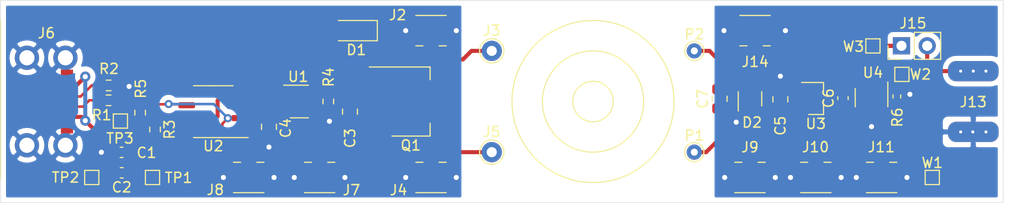
<source format=kicad_pcb>
(kicad_pcb (version 20171130) (host pcbnew "(5.1.10)-1")

  (general
    (thickness 1.6)
    (drawings 8)
    (tracks 242)
    (zones 0)
    (modules 41)
    (nets 22)
  )

  (page A4)
  (layers
    (0 F.Cu signal)
    (31 B.Cu signal)
    (32 B.Adhes user)
    (33 F.Adhes user)
    (34 B.Paste user)
    (35 F.Paste user)
    (36 B.SilkS user)
    (37 F.SilkS user)
    (38 B.Mask user)
    (39 F.Mask user)
    (40 Dwgs.User user)
    (41 Cmts.User user)
    (42 Eco1.User user)
    (43 Eco2.User user)
    (44 Edge.Cuts user)
    (45 Margin user)
    (46 B.CrtYd user hide)
    (47 F.CrtYd user hide)
    (48 B.Fab user hide)
    (49 F.Fab user hide)
  )

  (setup
    (last_trace_width 0.25)
    (trace_clearance 0.2)
    (zone_clearance 0.508)
    (zone_45_only no)
    (trace_min 0.2)
    (via_size 0.8)
    (via_drill 0.4)
    (via_min_size 0.4)
    (via_min_drill 0.3)
    (uvia_size 0.3)
    (uvia_drill 0.1)
    (uvias_allowed no)
    (uvia_min_size 0.2)
    (uvia_min_drill 0.1)
    (edge_width 0.05)
    (segment_width 0.2)
    (pcb_text_width 0.3)
    (pcb_text_size 1.5 1.5)
    (mod_edge_width 0.12)
    (mod_text_size 1 1)
    (mod_text_width 0.15)
    (pad_size 1.524 1.524)
    (pad_drill 0.762)
    (pad_to_mask_clearance 0)
    (aux_axis_origin 0 0)
    (visible_elements FFFDFF7F)
    (pcbplotparams
      (layerselection 0x010fc_ffffffff)
      (usegerberextensions false)
      (usegerberattributes true)
      (usegerberadvancedattributes true)
      (creategerberjobfile true)
      (excludeedgelayer true)
      (linewidth 0.100000)
      (plotframeref false)
      (viasonmask false)
      (mode 1)
      (useauxorigin false)
      (hpglpennumber 1)
      (hpglpenspeed 20)
      (hpglpendiameter 15.000000)
      (psnegative false)
      (psa4output false)
      (plotreference true)
      (plotvalue true)
      (plotinvisibletext false)
      (padsonsilk false)
      (subtractmaskfromsilk false)
      (outputformat 1)
      (mirror false)
      (drillshape 0)
      (scaleselection 1)
      (outputdirectory "Gerber"))
  )

  (net 0 "")
  (net 1 GND)
  (net 2 VBUS)
  (net 3 "Net-(C3-Pad1)")
  (net 4 "Net-(C4-Pad1)")
  (net 5 GNDREF)
  (net 6 "Net-(C5-Pad1)")
  (net 7 +5V)
  (net 8 "Net-(C7-Pad2)")
  (net 9 "Net-(C7-Pad1)")
  (net 10 VD)
  (net 11 "Net-(J6-PadA5)")
  (net 12 "Net-(J6-PadB5)")
  (net 13 "Net-(J7-Pad1)")
  (net 14 +BATT)
  (net 15 "Net-(R3-Pad1)")
  (net 16 "Net-(R6-Pad1)")
  (net 17 "Net-(U1-Pad2)")
  (net 18 "Net-(U1-Pad5)")
  (net 19 "Net-(U2-Pad5)")
  (net 20 /STAT)
  (net 21 "Net-(J13-Pad1)")

  (net_class Default "This is the default net class."
    (clearance 0.2)
    (trace_width 0.25)
    (via_dia 0.8)
    (via_drill 0.4)
    (uvia_dia 0.3)
    (uvia_drill 0.1)
    (add_net /STAT)
    (add_net "Net-(C4-Pad1)")
    (add_net "Net-(J6-PadA5)")
    (add_net "Net-(J6-PadB5)")
    (add_net "Net-(R3-Pad1)")
    (add_net "Net-(R6-Pad1)")
    (add_net "Net-(U1-Pad2)")
    (add_net "Net-(U1-Pad5)")
    (add_net "Net-(U2-Pad5)")
  )

  (net_class Power ""
    (clearance 0.2)
    (trace_width 0.4)
    (via_dia 1)
    (via_drill 0.5)
    (uvia_dia 0.3)
    (uvia_drill 0.1)
    (add_net +5V)
    (add_net +BATT)
    (add_net GND)
    (add_net GNDREF)
    (add_net "Net-(C3-Pad1)")
    (add_net "Net-(C5-Pad1)")
    (add_net "Net-(C7-Pad1)")
    (add_net "Net-(C7-Pad2)")
    (add_net "Net-(J13-Pad1)")
    (add_net "Net-(J7-Pad1)")
    (add_net VBUS)
    (add_net VD)
  )

  (module Package_TO_SOT_SMD:SOT-23-6 (layer F.Cu) (tedit 5A02FF57) (tstamp 616A791D)
    (at 116 55)
    (descr "6-pin SOT-23 package")
    (tags SOT-23-6)
    (path /615D0704)
    (attr smd)
    (fp_text reference U1 (at -0.12 -2.45) (layer F.SilkS)
      (effects (font (size 1 1) (thickness 0.15)))
    )
    (fp_text value ZXGD3002E6TA (at 0 2.9) (layer F.Fab)
      (effects (font (size 1 1) (thickness 0.15)))
    )
    (fp_text user %R (at 0 0 90) (layer F.Fab)
      (effects (font (size 0.5 0.5) (thickness 0.075)))
    )
    (fp_line (start -0.9 1.61) (end 0.9 1.61) (layer F.SilkS) (width 0.12))
    (fp_line (start 0.9 -1.61) (end -1.55 -1.61) (layer F.SilkS) (width 0.12))
    (fp_line (start 1.9 -1.8) (end -1.9 -1.8) (layer F.CrtYd) (width 0.05))
    (fp_line (start 1.9 1.8) (end 1.9 -1.8) (layer F.CrtYd) (width 0.05))
    (fp_line (start -1.9 1.8) (end 1.9 1.8) (layer F.CrtYd) (width 0.05))
    (fp_line (start -1.9 -1.8) (end -1.9 1.8) (layer F.CrtYd) (width 0.05))
    (fp_line (start -0.9 -0.9) (end -0.25 -1.55) (layer F.Fab) (width 0.1))
    (fp_line (start 0.9 -1.55) (end -0.25 -1.55) (layer F.Fab) (width 0.1))
    (fp_line (start -0.9 -0.9) (end -0.9 1.55) (layer F.Fab) (width 0.1))
    (fp_line (start 0.9 1.55) (end -0.9 1.55) (layer F.Fab) (width 0.1))
    (fp_line (start 0.9 -1.55) (end 0.9 1.55) (layer F.Fab) (width 0.1))
    (pad 5 smd rect (at 1.1 0) (size 1.06 0.65) (layers F.Cu F.Paste F.Mask)
      (net 18 "Net-(U1-Pad5)"))
    (pad 6 smd rect (at 1.1 -0.95) (size 1.06 0.65) (layers F.Cu F.Paste F.Mask)
      (net 13 "Net-(J7-Pad1)"))
    (pad 4 smd rect (at 1.1 0.95) (size 1.06 0.65) (layers F.Cu F.Paste F.Mask)
      (net 13 "Net-(J7-Pad1)"))
    (pad 3 smd rect (at -1.1 0.95) (size 1.06 0.65) (layers F.Cu F.Paste F.Mask)
      (net 1 GND))
    (pad 2 smd rect (at -1.1 0) (size 1.06 0.65) (layers F.Cu F.Paste F.Mask)
      (net 17 "Net-(U1-Pad2)"))
    (pad 1 smd rect (at -1.1 -0.95) (size 1.06 0.65) (layers F.Cu F.Paste F.Mask)
      (net 2 VBUS))
    (model ${KISYS3DMOD}/Package_TO_SOT_SMD.3dshapes/SOT-23-6.wrl
      (at (xyz 0 0 0))
      (scale (xyz 1 1 1))
      (rotate (xyz 0 0 0))
    )
  )

  (module Capacitor_SMD:C_0603_1608Metric (layer F.Cu) (tedit 5F68FEEE) (tstamp 616A5D3B)
    (at 169.68 54.67 90)
    (descr "Capacitor SMD 0603 (1608 Metric), square (rectangular) end terminal, IPC_7351 nominal, (Body size source: IPC-SM-782 page 76, https://www.pcb-3d.com/wordpress/wp-content/uploads/ipc-sm-782a_amendment_1_and_2.pdf), generated with kicad-footprint-generator")
    (tags capacitor)
    (path /5BCFCF67)
    (attr smd)
    (fp_text reference C6 (at 0 -1.43 90) (layer F.SilkS)
      (effects (font (size 1 1) (thickness 0.15)))
    )
    (fp_text value "4.7uF 6.3V 20%" (at 0 1.43 90) (layer F.Fab)
      (effects (font (size 1 1) (thickness 0.15)))
    )
    (fp_text user %R (at 0 0 90) (layer F.Fab)
      (effects (font (size 0.4 0.4) (thickness 0.06)))
    )
    (fp_line (start -0.8 0.4) (end -0.8 -0.4) (layer F.Fab) (width 0.1))
    (fp_line (start -0.8 -0.4) (end 0.8 -0.4) (layer F.Fab) (width 0.1))
    (fp_line (start 0.8 -0.4) (end 0.8 0.4) (layer F.Fab) (width 0.1))
    (fp_line (start 0.8 0.4) (end -0.8 0.4) (layer F.Fab) (width 0.1))
    (fp_line (start -0.14058 -0.51) (end 0.14058 -0.51) (layer F.SilkS) (width 0.12))
    (fp_line (start -0.14058 0.51) (end 0.14058 0.51) (layer F.SilkS) (width 0.12))
    (fp_line (start -1.48 0.73) (end -1.48 -0.73) (layer F.CrtYd) (width 0.05))
    (fp_line (start -1.48 -0.73) (end 1.48 -0.73) (layer F.CrtYd) (width 0.05))
    (fp_line (start 1.48 -0.73) (end 1.48 0.73) (layer F.CrtYd) (width 0.05))
    (fp_line (start 1.48 0.73) (end -1.48 0.73) (layer F.CrtYd) (width 0.05))
    (pad 2 smd roundrect (at 0.775 0 90) (size 0.9 0.95) (layers F.Cu F.Paste F.Mask) (roundrect_rratio 0.25)
      (net 5 GNDREF))
    (pad 1 smd roundrect (at -0.775 0 90) (size 0.9 0.95) (layers F.Cu F.Paste F.Mask) (roundrect_rratio 0.25)
      (net 7 +5V))
    (model ${KISYS3DMOD}/Capacitor_SMD.3dshapes/C_0603_1608Metric.wrl
      (at (xyz 0 0 0))
      (scale (xyz 1 1 1))
      (rotate (xyz 0 0 0))
    )
  )

  (module TestPoint:TestPoint_Pad_1.0x1.0mm (layer F.Cu) (tedit 5A0F774F) (tstamp 616A9E9D)
    (at 172.64 49.51)
    (descr "SMD rectangular pad as test Point, square 1.0mm side length")
    (tags "test point SMD pad rectangle square")
    (path /61702437)
    (attr virtual)
    (fp_text reference W3 (at -1.92 0.07) (layer F.SilkS)
      (effects (font (size 1 1) (thickness 0.15)))
    )
    (fp_text value BATT (at 0 1.55) (layer F.Fab)
      (effects (font (size 1 1) (thickness 0.15)))
    )
    (fp_text user %R (at 0 -1.45) (layer F.Fab)
      (effects (font (size 1 1) (thickness 0.15)))
    )
    (fp_line (start -0.7 -0.7) (end 0.7 -0.7) (layer F.SilkS) (width 0.12))
    (fp_line (start 0.7 -0.7) (end 0.7 0.7) (layer F.SilkS) (width 0.12))
    (fp_line (start 0.7 0.7) (end -0.7 0.7) (layer F.SilkS) (width 0.12))
    (fp_line (start -0.7 0.7) (end -0.7 -0.7) (layer F.SilkS) (width 0.12))
    (fp_line (start -1 -1) (end 1 -1) (layer F.CrtYd) (width 0.05))
    (fp_line (start -1 -1) (end -1 1) (layer F.CrtYd) (width 0.05))
    (fp_line (start 1 1) (end 1 -1) (layer F.CrtYd) (width 0.05))
    (fp_line (start 1 1) (end -1 1) (layer F.CrtYd) (width 0.05))
    (pad 1 smd rect (at 0 0) (size 1 1) (layers F.Cu F.Mask)
      (net 14 +BATT))
  )

  (module "Pixels-dice:U.FL-R-SMT-1(80)" (layer F.Cu) (tedit 616A0C8C) (tstamp 616A861F)
    (at 161 48)
    (path /61752F20)
    (attr smd)
    (fp_text reference J14 (at 0.01 3.08) (layer F.SilkS)
      (effects (font (size 1 1) (thickness 0.15)))
    )
    (fp_text value Conn_Coaxial (at 0.1 -1.9) (layer F.Fab)
      (effects (font (size 1 1) (thickness 0.15)))
    )
    (fp_line (start 1.5 1.5) (end 0.8 1.5) (layer F.SilkS) (width 0.12))
    (fp_line (start -1.5 1.5) (end -0.8 1.5) (layer F.SilkS) (width 0.12))
    (fp_line (start 1.5 -1.5) (end -1.5 -1.5) (layer F.SilkS) (width 0.12))
    (pad 1 smd rect (at 0 1.525) (size 1 1.05) (layers F.Cu F.Paste F.Mask)
      (net 8 "Net-(C7-Pad2)"))
    (pad 2 smd rect (at 1.575 0) (size 1.05 2.2) (layers F.Cu F.Paste F.Mask)
      (net 5 GNDREF))
    (pad 2 smd rect (at -1.575 0) (size 1.05 2.2) (layers F.Cu F.Paste F.Mask)
      (net 5 GNDREF))
  )

  (module "Pixels-dice:U.FL-R-SMT-1(80)" (layer F.Cu) (tedit 616A0C8C) (tstamp 616A85D7)
    (at 173.5 62.5 180)
    (path /61751A2C)
    (attr smd)
    (fp_text reference J11 (at 0.03 3) (layer F.SilkS)
      (effects (font (size 1 1) (thickness 0.15)))
    )
    (fp_text value Conn_Coaxial (at 0.1 -1.9) (layer F.Fab)
      (effects (font (size 1 1) (thickness 0.15)))
    )
    (fp_line (start 1.5 1.5) (end 0.8 1.5) (layer F.SilkS) (width 0.12))
    (fp_line (start -1.5 1.5) (end -0.8 1.5) (layer F.SilkS) (width 0.12))
    (fp_line (start 1.5 -1.5) (end -1.5 -1.5) (layer F.SilkS) (width 0.12))
    (pad 1 smd rect (at 0 1.525 180) (size 1 1.05) (layers F.Cu F.Paste F.Mask)
      (net 7 +5V))
    (pad 2 smd rect (at 1.575 0 180) (size 1.05 2.2) (layers F.Cu F.Paste F.Mask)
      (net 5 GNDREF))
    (pad 2 smd rect (at -1.575 0 180) (size 1.05 2.2) (layers F.Cu F.Paste F.Mask)
      (net 5 GNDREF))
  )

  (module "Pixels-dice:U.FL-R-SMT-1(80)" (layer F.Cu) (tedit 616A0C8C) (tstamp 616A85CD)
    (at 167 62.5 180)
    (path /6174F9EA)
    (attr smd)
    (fp_text reference J10 (at 0.03 3) (layer F.SilkS)
      (effects (font (size 1 1) (thickness 0.15)))
    )
    (fp_text value Conn_Coaxial (at 0.1 -1.9) (layer F.Fab)
      (effects (font (size 1 1) (thickness 0.15)))
    )
    (fp_line (start 1.5 1.5) (end 0.8 1.5) (layer F.SilkS) (width 0.12))
    (fp_line (start -1.5 1.5) (end -0.8 1.5) (layer F.SilkS) (width 0.12))
    (fp_line (start 1.5 -1.5) (end -1.5 -1.5) (layer F.SilkS) (width 0.12))
    (pad 1 smd rect (at 0 1.525 180) (size 1 1.05) (layers F.Cu F.Paste F.Mask)
      (net 6 "Net-(C5-Pad1)"))
    (pad 2 smd rect (at 1.575 0 180) (size 1.05 2.2) (layers F.Cu F.Paste F.Mask)
      (net 5 GNDREF))
    (pad 2 smd rect (at -1.575 0 180) (size 1.05 2.2) (layers F.Cu F.Paste F.Mask)
      (net 5 GNDREF))
  )

  (module "Pixels-dice:U.FL-R-SMT-1(80)" (layer F.Cu) (tedit 616A0C8C) (tstamp 616A85C3)
    (at 160.5 62.5 180)
    (path /617523B5)
    (attr smd)
    (fp_text reference J9 (at 0 2.99) (layer F.SilkS)
      (effects (font (size 1 1) (thickness 0.15)))
    )
    (fp_text value Conn_Coaxial (at 0.1 -1.9) (layer F.Fab)
      (effects (font (size 1 1) (thickness 0.15)))
    )
    (fp_line (start 1.5 1.5) (end 0.8 1.5) (layer F.SilkS) (width 0.12))
    (fp_line (start -1.5 1.5) (end -0.8 1.5) (layer F.SilkS) (width 0.12))
    (fp_line (start 1.5 -1.5) (end -1.5 -1.5) (layer F.SilkS) (width 0.12))
    (pad 1 smd rect (at 0 1.525 180) (size 1 1.05) (layers F.Cu F.Paste F.Mask)
      (net 9 "Net-(C7-Pad1)"))
    (pad 2 smd rect (at 1.575 0 180) (size 1.05 2.2) (layers F.Cu F.Paste F.Mask)
      (net 5 GNDREF))
    (pad 2 smd rect (at -1.575 0 180) (size 1.05 2.2) (layers F.Cu F.Paste F.Mask)
      (net 5 GNDREF))
  )

  (module "Pixels-dice:U.FL-R-SMT-1(80)" (layer F.Cu) (tedit 616A0C8C) (tstamp 616A85B9)
    (at 111 62.5 180)
    (path /61739183)
    (attr smd)
    (fp_text reference J8 (at 3.3 -1.22) (layer F.SilkS)
      (effects (font (size 1 1) (thickness 0.15)))
    )
    (fp_text value Conn_Coaxial (at 0.1 -1.9) (layer F.Fab)
      (effects (font (size 1 1) (thickness 0.15)))
    )
    (fp_line (start 1.5 1.5) (end 0.8 1.5) (layer F.SilkS) (width 0.12))
    (fp_line (start -1.5 1.5) (end -0.8 1.5) (layer F.SilkS) (width 0.12))
    (fp_line (start 1.5 -1.5) (end -1.5 -1.5) (layer F.SilkS) (width 0.12))
    (pad 1 smd rect (at 0 1.525 180) (size 1 1.05) (layers F.Cu F.Paste F.Mask)
      (net 4 "Net-(C4-Pad1)"))
    (pad 2 smd rect (at 1.575 0 180) (size 1.05 2.2) (layers F.Cu F.Paste F.Mask)
      (net 1 GND))
    (pad 2 smd rect (at -1.575 0 180) (size 1.05 2.2) (layers F.Cu F.Paste F.Mask)
      (net 1 GND))
  )

  (module "Pixels-dice:U.FL-R-SMT-1(80)" (layer F.Cu) (tedit 616A0C8C) (tstamp 616A85AF)
    (at 118 62.5 180)
    (path /61758334)
    (attr smd)
    (fp_text reference J7 (at -3.14 -1.25) (layer F.SilkS)
      (effects (font (size 1 1) (thickness 0.15)))
    )
    (fp_text value Conn_Coaxial (at 0.1 -1.9) (layer F.Fab)
      (effects (font (size 1 1) (thickness 0.15)))
    )
    (fp_line (start 1.5 1.5) (end 0.8 1.5) (layer F.SilkS) (width 0.12))
    (fp_line (start -1.5 1.5) (end -0.8 1.5) (layer F.SilkS) (width 0.12))
    (fp_line (start 1.5 -1.5) (end -1.5 -1.5) (layer F.SilkS) (width 0.12))
    (pad 1 smd rect (at 0 1.525 180) (size 1 1.05) (layers F.Cu F.Paste F.Mask)
      (net 13 "Net-(J7-Pad1)"))
    (pad 2 smd rect (at 1.575 0 180) (size 1.05 2.2) (layers F.Cu F.Paste F.Mask)
      (net 1 GND))
    (pad 2 smd rect (at -1.575 0 180) (size 1.05 2.2) (layers F.Cu F.Paste F.Mask)
      (net 1 GND))
  )

  (module "Pixels-dice:U.FL-R-SMT-1(80)" (layer F.Cu) (tedit 616A0C8C) (tstamp 616A857B)
    (at 129 62.5 180)
    (path /6175764B)
    (attr smd)
    (fp_text reference J4 (at 3.21 -1.25) (layer F.SilkS)
      (effects (font (size 1 1) (thickness 0.15)))
    )
    (fp_text value Conn_Coaxial (at 0.1 -1.9) (layer F.Fab)
      (effects (font (size 1 1) (thickness 0.15)))
    )
    (fp_line (start 1.5 1.5) (end 0.8 1.5) (layer F.SilkS) (width 0.12))
    (fp_line (start -1.5 1.5) (end -0.8 1.5) (layer F.SilkS) (width 0.12))
    (fp_line (start 1.5 -1.5) (end -1.5 -1.5) (layer F.SilkS) (width 0.12))
    (pad 1 smd rect (at 0 1.525 180) (size 1 1.05) (layers F.Cu F.Paste F.Mask)
      (net 3 "Net-(C3-Pad1)"))
    (pad 2 smd rect (at 1.575 0 180) (size 1.05 2.2) (layers F.Cu F.Paste F.Mask)
      (net 1 GND))
    (pad 2 smd rect (at -1.575 0 180) (size 1.05 2.2) (layers F.Cu F.Paste F.Mask)
      (net 1 GND))
  )

  (module "Pixels-dice:U.FL-R-SMT-1(80)" (layer F.Cu) (tedit 616A0C8C) (tstamp 616A8563)
    (at 129 48)
    (path /61756D9A)
    (attr smd)
    (fp_text reference J2 (at -3.3 -1.54) (layer F.SilkS)
      (effects (font (size 1 1) (thickness 0.15)))
    )
    (fp_text value Conn_Coaxial (at 0.1 -1.9) (layer F.Fab)
      (effects (font (size 1 1) (thickness 0.15)))
    )
    (fp_line (start 1.5 1.5) (end 0.8 1.5) (layer F.SilkS) (width 0.12))
    (fp_line (start -1.5 1.5) (end -0.8 1.5) (layer F.SilkS) (width 0.12))
    (fp_line (start 1.5 -1.5) (end -1.5 -1.5) (layer F.SilkS) (width 0.12))
    (pad 1 smd rect (at 0 1.525) (size 1 1.05) (layers F.Cu F.Paste F.Mask)
      (net 10 VD))
    (pad 2 smd rect (at 1.575 0) (size 1.05 2.2) (layers F.Cu F.Paste F.Mask)
      (net 1 GND))
    (pad 2 smd rect (at -1.575 0) (size 1.05 2.2) (layers F.Cu F.Paste F.Mask)
      (net 1 GND))
  )

  (module TestPoint:TestPoint_Pad_1.0x1.0mm (layer F.Cu) (tedit 5A0F774F) (tstamp 616AD3A6)
    (at 175.5 52.32)
    (descr "SMD rectangular pad as test Point, square 1.0mm side length")
    (tags "test point SMD pad rectangle square")
    (path /5CF89837)
    (attr virtual)
    (fp_text reference W2 (at 1.83 0) (layer F.SilkS)
      (effects (font (size 1 1) (thickness 0.15)))
    )
    (fp_text value STAT (at 0 1.55) (layer F.Fab)
      (effects (font (size 1 1) (thickness 0.15)))
    )
    (fp_text user %R (at 0 -1.45) (layer F.Fab)
      (effects (font (size 1 1) (thickness 0.15)))
    )
    (fp_line (start -0.7 -0.7) (end 0.7 -0.7) (layer F.SilkS) (width 0.12))
    (fp_line (start 0.7 -0.7) (end 0.7 0.7) (layer F.SilkS) (width 0.12))
    (fp_line (start 0.7 0.7) (end -0.7 0.7) (layer F.SilkS) (width 0.12))
    (fp_line (start -0.7 0.7) (end -0.7 -0.7) (layer F.SilkS) (width 0.12))
    (fp_line (start -1 -1) (end 1 -1) (layer F.CrtYd) (width 0.05))
    (fp_line (start -1 -1) (end -1 1) (layer F.CrtYd) (width 0.05))
    (fp_line (start 1 1) (end 1 -1) (layer F.CrtYd) (width 0.05))
    (fp_line (start 1 1) (end -1 1) (layer F.CrtYd) (width 0.05))
    (pad 1 smd rect (at 0 0) (size 1 1) (layers F.Cu F.Mask)
      (net 20 /STAT))
  )

  (module TestPoint:TestPoint_Pad_1.0x1.0mm (layer F.Cu) (tedit 5A0F774F) (tstamp 616A8833)
    (at 178.5 62.5)
    (descr "SMD rectangular pad as test Point, square 1.0mm side length")
    (tags "test point SMD pad rectangle square")
    (path /5BAF4B0A)
    (attr virtual)
    (fp_text reference W1 (at 0 -1.448) (layer F.SilkS)
      (effects (font (size 1 1) (thickness 0.15)))
    )
    (fp_text value GND (at 0 1.55) (layer F.Fab)
      (effects (font (size 1 1) (thickness 0.15)))
    )
    (fp_text user %R (at 0 -1.45) (layer F.Fab)
      (effects (font (size 1 1) (thickness 0.15)))
    )
    (fp_line (start -0.7 -0.7) (end 0.7 -0.7) (layer F.SilkS) (width 0.12))
    (fp_line (start 0.7 -0.7) (end 0.7 0.7) (layer F.SilkS) (width 0.12))
    (fp_line (start 0.7 0.7) (end -0.7 0.7) (layer F.SilkS) (width 0.12))
    (fp_line (start -0.7 0.7) (end -0.7 -0.7) (layer F.SilkS) (width 0.12))
    (fp_line (start -1 -1) (end 1 -1) (layer F.CrtYd) (width 0.05))
    (fp_line (start -1 -1) (end -1 1) (layer F.CrtYd) (width 0.05))
    (fp_line (start 1 1) (end 1 -1) (layer F.CrtYd) (width 0.05))
    (fp_line (start 1 1) (end -1 1) (layer F.CrtYd) (width 0.05))
    (pad 1 smd rect (at 0 0) (size 1 1) (layers F.Cu F.Mask)
      (net 5 GNDREF))
  )

  (module TestPoint:TestPoint_Pad_1.0x1.0mm (layer F.Cu) (tedit 5A0F774F) (tstamp 616AD18F)
    (at 98.33 56.93)
    (descr "SMD rectangular pad as test Point, square 1.0mm side length")
    (tags "test point SMD pad rectangle square")
    (path /60CC7B8C)
    (attr virtual)
    (fp_text reference TP3 (at -0.04 1.71) (layer F.SilkS)
      (effects (font (size 1 1) (thickness 0.15)))
    )
    (fp_text value TestPoint_Small (at 0 1.55) (layer F.Fab)
      (effects (font (size 1 1) (thickness 0.15)))
    )
    (fp_text user %R (at 0 -1.45) (layer F.Fab)
      (effects (font (size 1 1) (thickness 0.15)))
    )
    (fp_line (start -0.7 -0.7) (end 0.7 -0.7) (layer F.SilkS) (width 0.12))
    (fp_line (start 0.7 -0.7) (end 0.7 0.7) (layer F.SilkS) (width 0.12))
    (fp_line (start 0.7 0.7) (end -0.7 0.7) (layer F.SilkS) (width 0.12))
    (fp_line (start -0.7 0.7) (end -0.7 -0.7) (layer F.SilkS) (width 0.12))
    (fp_line (start -1 -1) (end 1 -1) (layer F.CrtYd) (width 0.05))
    (fp_line (start -1 -1) (end -1 1) (layer F.CrtYd) (width 0.05))
    (fp_line (start 1 1) (end 1 -1) (layer F.CrtYd) (width 0.05))
    (fp_line (start 1 1) (end -1 1) (layer F.CrtYd) (width 0.05))
    (pad 1 smd rect (at 0 0) (size 1 1) (layers F.Cu F.Mask)
      (net 15 "Net-(R3-Pad1)"))
  )

  (module TestPoint:TestPoint_Pad_1.0x1.0mm (layer F.Cu) (tedit 5A0F774F) (tstamp 616A876B)
    (at 95.5 62.5)
    (descr "SMD rectangular pad as test Point, square 1.0mm side length")
    (tags "test point SMD pad rectangle square")
    (path /60B27F6D)
    (attr virtual)
    (fp_text reference TP2 (at -2.59 0) (layer F.SilkS)
      (effects (font (size 1 1) (thickness 0.15)))
    )
    (fp_text value TestPoint_Small (at 0 1.55) (layer F.Fab)
      (effects (font (size 1 1) (thickness 0.15)))
    )
    (fp_text user %R (at 0 -1.45) (layer F.Fab)
      (effects (font (size 1 1) (thickness 0.15)))
    )
    (fp_line (start -0.7 -0.7) (end 0.7 -0.7) (layer F.SilkS) (width 0.12))
    (fp_line (start 0.7 -0.7) (end 0.7 0.7) (layer F.SilkS) (width 0.12))
    (fp_line (start 0.7 0.7) (end -0.7 0.7) (layer F.SilkS) (width 0.12))
    (fp_line (start -0.7 0.7) (end -0.7 -0.7) (layer F.SilkS) (width 0.12))
    (fp_line (start -1 -1) (end 1 -1) (layer F.CrtYd) (width 0.05))
    (fp_line (start -1 -1) (end -1 1) (layer F.CrtYd) (width 0.05))
    (fp_line (start 1 1) (end 1 -1) (layer F.CrtYd) (width 0.05))
    (fp_line (start 1 1) (end -1 1) (layer F.CrtYd) (width 0.05))
    (pad 1 smd rect (at 0 0) (size 1 1) (layers F.Cu F.Mask)
      (net 1 GND))
  )

  (module TestPoint:TestPoint_Pad_1.0x1.0mm (layer F.Cu) (tedit 5A0F774F) (tstamp 616A875D)
    (at 101.5 62.5)
    (descr "SMD rectangular pad as test Point, square 1.0mm side length")
    (tags "test point SMD pad rectangle square")
    (path /60B26E3D)
    (attr virtual)
    (fp_text reference TP1 (at 2.58 0.03) (layer F.SilkS)
      (effects (font (size 1 1) (thickness 0.15)))
    )
    (fp_text value TestPoint_Small (at 0 1.55) (layer F.Fab)
      (effects (font (size 1 1) (thickness 0.15)))
    )
    (fp_text user %R (at 0 -1.45) (layer F.Fab)
      (effects (font (size 1 1) (thickness 0.15)))
    )
    (fp_line (start -0.7 -0.7) (end 0.7 -0.7) (layer F.SilkS) (width 0.12))
    (fp_line (start 0.7 -0.7) (end 0.7 0.7) (layer F.SilkS) (width 0.12))
    (fp_line (start 0.7 0.7) (end -0.7 0.7) (layer F.SilkS) (width 0.12))
    (fp_line (start -0.7 0.7) (end -0.7 -0.7) (layer F.SilkS) (width 0.12))
    (fp_line (start -1 -1) (end 1 -1) (layer F.CrtYd) (width 0.05))
    (fp_line (start -1 -1) (end -1 1) (layer F.CrtYd) (width 0.05))
    (fp_line (start 1 1) (end 1 -1) (layer F.CrtYd) (width 0.05))
    (fp_line (start 1 1) (end -1 1) (layer F.CrtYd) (width 0.05))
    (pad 1 smd rect (at 0 0) (size 1 1) (layers F.Cu F.Mask)
      (net 2 VBUS))
  )

  (module Connector_PinHeader_2.54mm:PinHeader_1x02_P2.54mm_Vertical (layer F.Cu) (tedit 59FED5CC) (tstamp 616A6C99)
    (at 175.46 49.5 90)
    (descr "Through hole straight pin header, 1x02, 2.54mm pitch, single row")
    (tags "Through hole pin header THT 1x02 2.54mm single row")
    (path /616CA6C3)
    (fp_text reference J15 (at 2.22 1.13 180) (layer F.SilkS)
      (effects (font (size 1 1) (thickness 0.15)))
    )
    (fp_text value Conn_01x02 (at 0 4.87 90) (layer F.Fab)
      (effects (font (size 1 1) (thickness 0.15)))
    )
    (fp_text user %R (at 0 1.27) (layer F.Fab)
      (effects (font (size 1 1) (thickness 0.15)))
    )
    (fp_line (start -0.635 -1.27) (end 1.27 -1.27) (layer F.Fab) (width 0.1))
    (fp_line (start 1.27 -1.27) (end 1.27 3.81) (layer F.Fab) (width 0.1))
    (fp_line (start 1.27 3.81) (end -1.27 3.81) (layer F.Fab) (width 0.1))
    (fp_line (start -1.27 3.81) (end -1.27 -0.635) (layer F.Fab) (width 0.1))
    (fp_line (start -1.27 -0.635) (end -0.635 -1.27) (layer F.Fab) (width 0.1))
    (fp_line (start -1.33 3.87) (end 1.33 3.87) (layer F.SilkS) (width 0.12))
    (fp_line (start -1.33 1.27) (end -1.33 3.87) (layer F.SilkS) (width 0.12))
    (fp_line (start 1.33 1.27) (end 1.33 3.87) (layer F.SilkS) (width 0.12))
    (fp_line (start -1.33 1.27) (end 1.33 1.27) (layer F.SilkS) (width 0.12))
    (fp_line (start -1.33 0) (end -1.33 -1.33) (layer F.SilkS) (width 0.12))
    (fp_line (start -1.33 -1.33) (end 0 -1.33) (layer F.SilkS) (width 0.12))
    (fp_line (start -1.8 -1.8) (end -1.8 4.35) (layer F.CrtYd) (width 0.05))
    (fp_line (start -1.8 4.35) (end 1.8 4.35) (layer F.CrtYd) (width 0.05))
    (fp_line (start 1.8 4.35) (end 1.8 -1.8) (layer F.CrtYd) (width 0.05))
    (fp_line (start 1.8 -1.8) (end -1.8 -1.8) (layer F.CrtYd) (width 0.05))
    (pad 2 thru_hole oval (at 0 2.54 90) (size 1.7 1.7) (drill 1) (layers *.Cu *.Mask)
      (net 21 "Net-(J13-Pad1)"))
    (pad 1 thru_hole rect (at 0 0 90) (size 1.7 1.7) (drill 1) (layers *.Cu *.Mask)
      (net 14 +BATT))
    (model ${KISYS3DMOD}/Connector_PinHeader_2.54mm.3dshapes/PinHeader_1x02_P2.54mm_Vertical.wrl
      (at (xyz 0 0 0))
      (scale (xyz 1 1 1))
      (rotate (xyz 0 0 0))
    )
  )

  (module Package_TO_SOT_SMD:SOT-23-5 (layer F.Cu) (tedit 5A02FF57) (tstamp 616A5F29)
    (at 172.5 54.62 270)
    (descr "5-pin SOT23 package")
    (tags SOT-23-5)
    (path /5BD026C5)
    (attr smd)
    (fp_text reference U4 (at -2.47 -0.14 180) (layer F.SilkS)
      (effects (font (size 1 1) (thickness 0.15)))
    )
    (fp_text value MCP73832T-2ACI/OT (at 0 2.9 90) (layer F.Fab)
      (effects (font (size 1 1) (thickness 0.15)))
    )
    (fp_text user %R (at 0 0) (layer F.Fab)
      (effects (font (size 0.5 0.5) (thickness 0.075)))
    )
    (fp_line (start -0.9 1.61) (end 0.9 1.61) (layer F.SilkS) (width 0.12))
    (fp_line (start 0.9 -1.61) (end -1.55 -1.61) (layer F.SilkS) (width 0.12))
    (fp_line (start -1.9 -1.8) (end 1.9 -1.8) (layer F.CrtYd) (width 0.05))
    (fp_line (start 1.9 -1.8) (end 1.9 1.8) (layer F.CrtYd) (width 0.05))
    (fp_line (start 1.9 1.8) (end -1.9 1.8) (layer F.CrtYd) (width 0.05))
    (fp_line (start -1.9 1.8) (end -1.9 -1.8) (layer F.CrtYd) (width 0.05))
    (fp_line (start -0.9 -0.9) (end -0.25 -1.55) (layer F.Fab) (width 0.1))
    (fp_line (start 0.9 -1.55) (end -0.25 -1.55) (layer F.Fab) (width 0.1))
    (fp_line (start -0.9 -0.9) (end -0.9 1.55) (layer F.Fab) (width 0.1))
    (fp_line (start 0.9 1.55) (end -0.9 1.55) (layer F.Fab) (width 0.1))
    (fp_line (start 0.9 -1.55) (end 0.9 1.55) (layer F.Fab) (width 0.1))
    (pad 5 smd rect (at 1.1 -0.95 270) (size 1.06 0.65) (layers F.Cu F.Paste F.Mask)
      (net 16 "Net-(R6-Pad1)"))
    (pad 4 smd rect (at 1.1 0.95 270) (size 1.06 0.65) (layers F.Cu F.Paste F.Mask)
      (net 7 +5V))
    (pad 3 smd rect (at -1.1 0.95 270) (size 1.06 0.65) (layers F.Cu F.Paste F.Mask)
      (net 14 +BATT))
    (pad 2 smd rect (at -1.1 0 270) (size 1.06 0.65) (layers F.Cu F.Paste F.Mask)
      (net 5 GNDREF))
    (pad 1 smd rect (at -1.1 -0.95 270) (size 1.06 0.65) (layers F.Cu F.Paste F.Mask)
      (net 20 /STAT))
    (model ${KISYS3DMOD}/Package_TO_SOT_SMD.3dshapes/SOT-23-5.wrl
      (at (xyz 0 0 0))
      (scale (xyz 1 1 1))
      (rotate (xyz 0 0 0))
    )
  )

  (module Pixels-dice:SOT-23 (layer F.Cu) (tedit 60B2A291) (tstamp 616A5F14)
    (at 167 54.7 180)
    (descr "SOT-23, Standard")
    (tags SOT-23)
    (path /61284904)
    (attr smd)
    (fp_text reference U3 (at 0 -2.5) (layer F.SilkS)
      (effects (font (size 1 1) (thickness 0.15)))
    )
    (fp_text value HX6306P502MR (at 0 2.5) (layer F.Fab)
      (effects (font (size 1 1) (thickness 0.15)))
    )
    (fp_text user %R (at 0 0 270) (layer F.Fab)
      (effects (font (size 0.5 0.5) (thickness 0.075)))
    )
    (fp_line (start 0.7 0.95) (end 0.7 -1.5) (layer F.Fab) (width 0.1))
    (fp_line (start 0.15 1.52) (end -0.7 1.52) (layer F.Fab) (width 0.1))
    (fp_line (start 0.7 0.95) (end 0.15 1.52) (layer F.Fab) (width 0.1))
    (fp_line (start -0.7 1.52) (end -0.7 -1.52) (layer F.Fab) (width 0.1))
    (fp_line (start 0.7 -1.52) (end -0.7 -1.52) (layer F.Fab) (width 0.1))
    (fp_line (start -0.76 -1.58) (end -0.76 -0.65) (layer F.SilkS) (width 0.12))
    (fp_line (start -0.76 1.58) (end -0.76 0.65) (layer F.SilkS) (width 0.12))
    (fp_line (start 1.7 1.75) (end -1.7 1.75) (layer F.CrtYd) (width 0.05))
    (fp_line (start -1.7 1.75) (end -1.7 -1.75) (layer F.CrtYd) (width 0.05))
    (fp_line (start -1.7 -1.75) (end 1.7 -1.75) (layer F.CrtYd) (width 0.05))
    (fp_line (start 1.7 -1.75) (end 1.7 1.75) (layer F.CrtYd) (width 0.05))
    (fp_line (start -0.76 1.58) (end 1.4 1.58) (layer F.SilkS) (width 0.12))
    (fp_line (start -0.76 -1.58) (end 0.7 -1.58) (layer F.SilkS) (width 0.12))
    (pad 3 smd rect (at -1 0) (size 0.9 0.8) (layers F.Cu F.Paste F.Mask)
      (net 6 "Net-(C5-Pad1)"))
    (pad 2 smd rect (at 1 -0.95) (size 0.9 0.8) (layers F.Cu F.Paste F.Mask)
      (net 7 +5V))
    (pad 1 smd rect (at 1 0.95) (size 0.9 0.8) (layers F.Cu F.Paste F.Mask)
      (net 5 GNDREF))
    (model ${KISYS3DMOD}/Package_TO_SOT_SMD.3dshapes/SOT-23.wrl
      (at (xyz 0 0 0))
      (scale (xyz 1 1 1))
      (rotate (xyz 0 0 180))
    )
  )

  (module Package_SO:SOP-8_3.9x4.9mm_P1.27mm (layer F.Cu) (tedit 5D9F72B1) (tstamp 616A758C)
    (at 107.5 56 180)
    (descr "SOP, 8 Pin (http://www.macronix.com/Lists/Datasheet/Attachments/7534/MX25R3235F,%20Wide%20Range,%2032Mb,%20v1.6.pdf#page=79), generated with kicad-footprint-generator ipc_gullwing_generator.py")
    (tags "SOP SO")
    (path /60AD080A)
    (attr smd)
    (fp_text reference U2 (at 0 -3.4) (layer F.SilkS)
      (effects (font (size 1 1) (thickness 0.15)))
    )
    (fp_text value NE551D (at 0 3.4) (layer F.Fab)
      (effects (font (size 1 1) (thickness 0.15)))
    )
    (fp_text user %R (at 0 0) (layer F.Fab)
      (effects (font (size 0.98 0.98) (thickness 0.15)))
    )
    (fp_line (start 0 2.56) (end 1.95 2.56) (layer F.SilkS) (width 0.12))
    (fp_line (start 0 2.56) (end -1.95 2.56) (layer F.SilkS) (width 0.12))
    (fp_line (start 0 -2.56) (end 1.95 -2.56) (layer F.SilkS) (width 0.12))
    (fp_line (start 0 -2.56) (end -3.45 -2.56) (layer F.SilkS) (width 0.12))
    (fp_line (start -0.975 -2.45) (end 1.95 -2.45) (layer F.Fab) (width 0.1))
    (fp_line (start 1.95 -2.45) (end 1.95 2.45) (layer F.Fab) (width 0.1))
    (fp_line (start 1.95 2.45) (end -1.95 2.45) (layer F.Fab) (width 0.1))
    (fp_line (start -1.95 2.45) (end -1.95 -1.475) (layer F.Fab) (width 0.1))
    (fp_line (start -1.95 -1.475) (end -0.975 -2.45) (layer F.Fab) (width 0.1))
    (fp_line (start -3.7 -2.7) (end -3.7 2.7) (layer F.CrtYd) (width 0.05))
    (fp_line (start -3.7 2.7) (end 3.7 2.7) (layer F.CrtYd) (width 0.05))
    (fp_line (start 3.7 2.7) (end 3.7 -2.7) (layer F.CrtYd) (width 0.05))
    (fp_line (start 3.7 -2.7) (end -3.7 -2.7) (layer F.CrtYd) (width 0.05))
    (pad 8 smd roundrect (at 2.625 -1.905 180) (size 1.65 0.6) (layers F.Cu F.Paste F.Mask) (roundrect_rratio 0.25)
      (net 2 VBUS))
    (pad 7 smd roundrect (at 2.625 -0.635 180) (size 1.65 0.6) (layers F.Cu F.Paste F.Mask) (roundrect_rratio 0.25)
      (net 15 "Net-(R3-Pad1)"))
    (pad 6 smd roundrect (at 2.625 0.635 180) (size 1.65 0.6) (layers F.Cu F.Paste F.Mask) (roundrect_rratio 0.25)
      (net 4 "Net-(C4-Pad1)"))
    (pad 5 smd roundrect (at 2.625 1.905 180) (size 1.65 0.6) (layers F.Cu F.Paste F.Mask) (roundrect_rratio 0.25)
      (net 19 "Net-(U2-Pad5)"))
    (pad 4 smd roundrect (at -2.625 1.905 180) (size 1.65 0.6) (layers F.Cu F.Paste F.Mask) (roundrect_rratio 0.25)
      (net 2 VBUS))
    (pad 3 smd roundrect (at -2.625 0.635 180) (size 1.65 0.6) (layers F.Cu F.Paste F.Mask) (roundrect_rratio 0.25)
      (net 17 "Net-(U1-Pad2)"))
    (pad 2 smd roundrect (at -2.625 -0.635 180) (size 1.65 0.6) (layers F.Cu F.Paste F.Mask) (roundrect_rratio 0.25)
      (net 4 "Net-(C4-Pad1)"))
    (pad 1 smd roundrect (at -2.625 -1.905 180) (size 1.65 0.6) (layers F.Cu F.Paste F.Mask) (roundrect_rratio 0.25)
      (net 1 GND))
    (model ${KISYS3DMOD}/Package_SO.3dshapes/SOP-8_3.9x4.9mm_P1.27mm.wrl
      (at (xyz 0 0 0))
      (scale (xyz 1 1 1))
      (rotate (xyz 0 0 0))
    )
  )

  (module Resistor_SMD:R_0402_1005Metric (layer F.Cu) (tedit 5F68FEEE) (tstamp 616A6374)
    (at 175 54.5 90)
    (descr "Resistor SMD 0402 (1005 Metric), square (rectangular) end terminal, IPC_7351 nominal, (Body size source: IPC-SM-782 page 72, https://www.pcb-3d.com/wordpress/wp-content/uploads/ipc-sm-782a_amendment_1_and_2.pdf), generated with kicad-footprint-generator")
    (tags resistor)
    (path /5BD02D61)
    (attr smd)
    (fp_text reference R6 (at -2.07 0.05 90) (layer F.SilkS)
      (effects (font (size 1 1) (thickness 0.15)))
    )
    (fp_text value "10k 5%" (at 0 1.17 90) (layer F.Fab)
      (effects (font (size 1 1) (thickness 0.15)))
    )
    (fp_text user %R (at 0 0 90) (layer F.Fab)
      (effects (font (size 0.26 0.26) (thickness 0.04)))
    )
    (fp_line (start -0.525 0.27) (end -0.525 -0.27) (layer F.Fab) (width 0.1))
    (fp_line (start -0.525 -0.27) (end 0.525 -0.27) (layer F.Fab) (width 0.1))
    (fp_line (start 0.525 -0.27) (end 0.525 0.27) (layer F.Fab) (width 0.1))
    (fp_line (start 0.525 0.27) (end -0.525 0.27) (layer F.Fab) (width 0.1))
    (fp_line (start -0.153641 -0.38) (end 0.153641 -0.38) (layer F.SilkS) (width 0.12))
    (fp_line (start -0.153641 0.38) (end 0.153641 0.38) (layer F.SilkS) (width 0.12))
    (fp_line (start -0.93 0.47) (end -0.93 -0.47) (layer F.CrtYd) (width 0.05))
    (fp_line (start -0.93 -0.47) (end 0.93 -0.47) (layer F.CrtYd) (width 0.05))
    (fp_line (start 0.93 -0.47) (end 0.93 0.47) (layer F.CrtYd) (width 0.05))
    (fp_line (start 0.93 0.47) (end -0.93 0.47) (layer F.CrtYd) (width 0.05))
    (pad 2 smd roundrect (at 0.51 0 90) (size 0.54 0.64) (layers F.Cu F.Paste F.Mask) (roundrect_rratio 0.25)
      (net 5 GNDREF))
    (pad 1 smd roundrect (at -0.51 0 90) (size 0.54 0.64) (layers F.Cu F.Paste F.Mask) (roundrect_rratio 0.25)
      (net 16 "Net-(R6-Pad1)"))
    (model ${KISYS3DMOD}/Resistor_SMD.3dshapes/R_0402_1005Metric.wrl
      (at (xyz 0 0 0))
      (scale (xyz 1 1 1))
      (rotate (xyz 0 0 0))
    )
  )

  (module Resistor_SMD:R_0603_1608Metric (layer F.Cu) (tedit 5F68FEEE) (tstamp 616A7761)
    (at 100.28 56.1 270)
    (descr "Resistor SMD 0603 (1608 Metric), square (rectangular) end terminal, IPC_7351 nominal, (Body size source: IPC-SM-782 page 72, https://www.pcb-3d.com/wordpress/wp-content/uploads/ipc-sm-782a_amendment_1_and_2.pdf), generated with kicad-footprint-generator")
    (tags resistor)
    (path /60AF063A)
    (attr smd)
    (fp_text reference R5 (at -2.36 -0.06 90) (layer F.SilkS)
      (effects (font (size 1 1) (thickness 0.15)))
    )
    (fp_text value "1k 1%" (at 0 1.43 90) (layer F.Fab)
      (effects (font (size 1 1) (thickness 0.15)))
    )
    (fp_text user %R (at 0 0 90) (layer F.Fab)
      (effects (font (size 0.4 0.4) (thickness 0.06)))
    )
    (fp_line (start -0.8 0.4125) (end -0.8 -0.4125) (layer F.Fab) (width 0.1))
    (fp_line (start -0.8 -0.4125) (end 0.8 -0.4125) (layer F.Fab) (width 0.1))
    (fp_line (start 0.8 -0.4125) (end 0.8 0.4125) (layer F.Fab) (width 0.1))
    (fp_line (start 0.8 0.4125) (end -0.8 0.4125) (layer F.Fab) (width 0.1))
    (fp_line (start -0.237258 -0.5225) (end 0.237258 -0.5225) (layer F.SilkS) (width 0.12))
    (fp_line (start -0.237258 0.5225) (end 0.237258 0.5225) (layer F.SilkS) (width 0.12))
    (fp_line (start -1.48 0.73) (end -1.48 -0.73) (layer F.CrtYd) (width 0.05))
    (fp_line (start -1.48 -0.73) (end 1.48 -0.73) (layer F.CrtYd) (width 0.05))
    (fp_line (start 1.48 -0.73) (end 1.48 0.73) (layer F.CrtYd) (width 0.05))
    (fp_line (start 1.48 0.73) (end -1.48 0.73) (layer F.CrtYd) (width 0.05))
    (pad 2 smd roundrect (at 0.825 0 270) (size 0.8 0.95) (layers F.Cu F.Paste F.Mask) (roundrect_rratio 0.25)
      (net 15 "Net-(R3-Pad1)"))
    (pad 1 smd roundrect (at -0.825 0 270) (size 0.8 0.95) (layers F.Cu F.Paste F.Mask) (roundrect_rratio 0.25)
      (net 4 "Net-(C4-Pad1)"))
    (model ${KISYS3DMOD}/Resistor_SMD.3dshapes/R_0603_1608Metric.wrl
      (at (xyz 0 0 0))
      (scale (xyz 1 1 1))
      (rotate (xyz 0 0 0))
    )
  )

  (module Resistor_SMD:R_0603_1608Metric (layer F.Cu) (tedit 5F68FEEE) (tstamp 616A7957)
    (at 118.86 54.99 90)
    (descr "Resistor SMD 0603 (1608 Metric), square (rectangular) end terminal, IPC_7351 nominal, (Body size source: IPC-SM-782 page 72, https://www.pcb-3d.com/wordpress/wp-content/uploads/ipc-sm-782a_amendment_1_and_2.pdf), generated with kicad-footprint-generator")
    (tags resistor)
    (path /615B6D73)
    (attr smd)
    (fp_text reference R4 (at 2.39 0.03 90) (layer F.SilkS)
      (effects (font (size 1 1) (thickness 0.15)))
    )
    (fp_text value "1M 5%" (at 0 1.43 90) (layer F.Fab)
      (effects (font (size 1 1) (thickness 0.15)))
    )
    (fp_text user %R (at 0 0 90) (layer F.Fab)
      (effects (font (size 0.4 0.4) (thickness 0.06)))
    )
    (fp_line (start -0.8 0.4125) (end -0.8 -0.4125) (layer F.Fab) (width 0.1))
    (fp_line (start -0.8 -0.4125) (end 0.8 -0.4125) (layer F.Fab) (width 0.1))
    (fp_line (start 0.8 -0.4125) (end 0.8 0.4125) (layer F.Fab) (width 0.1))
    (fp_line (start 0.8 0.4125) (end -0.8 0.4125) (layer F.Fab) (width 0.1))
    (fp_line (start -0.237258 -0.5225) (end 0.237258 -0.5225) (layer F.SilkS) (width 0.12))
    (fp_line (start -0.237258 0.5225) (end 0.237258 0.5225) (layer F.SilkS) (width 0.12))
    (fp_line (start -1.48 0.73) (end -1.48 -0.73) (layer F.CrtYd) (width 0.05))
    (fp_line (start -1.48 -0.73) (end 1.48 -0.73) (layer F.CrtYd) (width 0.05))
    (fp_line (start 1.48 -0.73) (end 1.48 0.73) (layer F.CrtYd) (width 0.05))
    (fp_line (start 1.48 0.73) (end -1.48 0.73) (layer F.CrtYd) (width 0.05))
    (pad 2 smd roundrect (at 0.825 0 90) (size 0.8 0.95) (layers F.Cu F.Paste F.Mask) (roundrect_rratio 0.25)
      (net 13 "Net-(J7-Pad1)"))
    (pad 1 smd roundrect (at -0.825 0 90) (size 0.8 0.95) (layers F.Cu F.Paste F.Mask) (roundrect_rratio 0.25)
      (net 1 GND))
    (model ${KISYS3DMOD}/Resistor_SMD.3dshapes/R_0603_1608Metric.wrl
      (at (xyz 0 0 0))
      (scale (xyz 1 1 1))
      (rotate (xyz 0 0 0))
    )
  )

  (module Resistor_SMD:R_0603_1608Metric (layer F.Cu) (tedit 5F68FEEE) (tstamp 616A7791)
    (at 101.75 57.76 270)
    (descr "Resistor SMD 0603 (1608 Metric), square (rectangular) end terminal, IPC_7351 nominal, (Body size source: IPC-SM-782 page 72, https://www.pcb-3d.com/wordpress/wp-content/uploads/ipc-sm-782a_amendment_1_and_2.pdf), generated with kicad-footprint-generator")
    (tags resistor)
    (path /60AEF9E1)
    (attr smd)
    (fp_text reference R3 (at 0 -1.43 90) (layer F.SilkS)
      (effects (font (size 1 1) (thickness 0.15)))
    )
    (fp_text value "1k 1%" (at 0 1.43 90) (layer F.Fab)
      (effects (font (size 1 1) (thickness 0.15)))
    )
    (fp_text user %R (at 0 0 90) (layer F.Fab)
      (effects (font (size 0.4 0.4) (thickness 0.06)))
    )
    (fp_line (start -0.8 0.4125) (end -0.8 -0.4125) (layer F.Fab) (width 0.1))
    (fp_line (start -0.8 -0.4125) (end 0.8 -0.4125) (layer F.Fab) (width 0.1))
    (fp_line (start 0.8 -0.4125) (end 0.8 0.4125) (layer F.Fab) (width 0.1))
    (fp_line (start 0.8 0.4125) (end -0.8 0.4125) (layer F.Fab) (width 0.1))
    (fp_line (start -0.237258 -0.5225) (end 0.237258 -0.5225) (layer F.SilkS) (width 0.12))
    (fp_line (start -0.237258 0.5225) (end 0.237258 0.5225) (layer F.SilkS) (width 0.12))
    (fp_line (start -1.48 0.73) (end -1.48 -0.73) (layer F.CrtYd) (width 0.05))
    (fp_line (start -1.48 -0.73) (end 1.48 -0.73) (layer F.CrtYd) (width 0.05))
    (fp_line (start 1.48 -0.73) (end 1.48 0.73) (layer F.CrtYd) (width 0.05))
    (fp_line (start 1.48 0.73) (end -1.48 0.73) (layer F.CrtYd) (width 0.05))
    (pad 2 smd roundrect (at 0.825 0 270) (size 0.8 0.95) (layers F.Cu F.Paste F.Mask) (roundrect_rratio 0.25)
      (net 2 VBUS))
    (pad 1 smd roundrect (at -0.825 0 270) (size 0.8 0.95) (layers F.Cu F.Paste F.Mask) (roundrect_rratio 0.25)
      (net 15 "Net-(R3-Pad1)"))
    (model ${KISYS3DMOD}/Resistor_SMD.3dshapes/R_0603_1608Metric.wrl
      (at (xyz 0 0 0))
      (scale (xyz 1 1 1))
      (rotate (xyz 0 0 0))
    )
  )

  (module Resistor_SMD:R_0603_1608Metric (layer F.Cu) (tedit 5F68FEEE) (tstamp 616A5E61)
    (at 97.165 53.41 180)
    (descr "Resistor SMD 0603 (1608 Metric), square (rectangular) end terminal, IPC_7351 nominal, (Body size source: IPC-SM-782 page 72, https://www.pcb-3d.com/wordpress/wp-content/uploads/ipc-sm-782a_amendment_1_and_2.pdf), generated with kicad-footprint-generator")
    (tags resistor)
    (path /607C452F)
    (attr smd)
    (fp_text reference R2 (at -0.035 1.64) (layer F.SilkS)
      (effects (font (size 1 1) (thickness 0.15)))
    )
    (fp_text value "5.1k 1%" (at 0 1.43) (layer F.Fab)
      (effects (font (size 1 1) (thickness 0.15)))
    )
    (fp_text user %R (at 0 0) (layer F.Fab)
      (effects (font (size 0.4 0.4) (thickness 0.06)))
    )
    (fp_line (start -0.8 0.4125) (end -0.8 -0.4125) (layer F.Fab) (width 0.1))
    (fp_line (start -0.8 -0.4125) (end 0.8 -0.4125) (layer F.Fab) (width 0.1))
    (fp_line (start 0.8 -0.4125) (end 0.8 0.4125) (layer F.Fab) (width 0.1))
    (fp_line (start 0.8 0.4125) (end -0.8 0.4125) (layer F.Fab) (width 0.1))
    (fp_line (start -0.237258 -0.5225) (end 0.237258 -0.5225) (layer F.SilkS) (width 0.12))
    (fp_line (start -0.237258 0.5225) (end 0.237258 0.5225) (layer F.SilkS) (width 0.12))
    (fp_line (start -1.48 0.73) (end -1.48 -0.73) (layer F.CrtYd) (width 0.05))
    (fp_line (start -1.48 -0.73) (end 1.48 -0.73) (layer F.CrtYd) (width 0.05))
    (fp_line (start 1.48 -0.73) (end 1.48 0.73) (layer F.CrtYd) (width 0.05))
    (fp_line (start 1.48 0.73) (end -1.48 0.73) (layer F.CrtYd) (width 0.05))
    (pad 2 smd roundrect (at 0.825 0 180) (size 0.8 0.95) (layers F.Cu F.Paste F.Mask) (roundrect_rratio 0.25)
      (net 11 "Net-(J6-PadA5)"))
    (pad 1 smd roundrect (at -0.825 0 180) (size 0.8 0.95) (layers F.Cu F.Paste F.Mask) (roundrect_rratio 0.25)
      (net 1 GND))
    (model ${KISYS3DMOD}/Resistor_SMD.3dshapes/R_0603_1608Metric.wrl
      (at (xyz 0 0 0))
      (scale (xyz 1 1 1))
      (rotate (xyz 0 0 0))
    )
  )

  (module Resistor_SMD:R_0603_1608Metric (layer F.Cu) (tedit 5F68FEEE) (tstamp 616A6FF1)
    (at 97.16 54.88 180)
    (descr "Resistor SMD 0603 (1608 Metric), square (rectangular) end terminal, IPC_7351 nominal, (Body size source: IPC-SM-782 page 72, https://www.pcb-3d.com/wordpress/wp-content/uploads/ipc-sm-782a_amendment_1_and_2.pdf), generated with kicad-footprint-generator")
    (tags resistor)
    (path /607C3927)
    (attr smd)
    (fp_text reference R1 (at 0.68 -1.46) (layer F.SilkS)
      (effects (font (size 1 1) (thickness 0.15)))
    )
    (fp_text value "5.1k 1%" (at 0 1.43) (layer F.Fab)
      (effects (font (size 1 1) (thickness 0.15)))
    )
    (fp_text user %R (at 0 0) (layer F.Fab)
      (effects (font (size 0.4 0.4) (thickness 0.06)))
    )
    (fp_line (start -0.8 0.4125) (end -0.8 -0.4125) (layer F.Fab) (width 0.1))
    (fp_line (start -0.8 -0.4125) (end 0.8 -0.4125) (layer F.Fab) (width 0.1))
    (fp_line (start 0.8 -0.4125) (end 0.8 0.4125) (layer F.Fab) (width 0.1))
    (fp_line (start 0.8 0.4125) (end -0.8 0.4125) (layer F.Fab) (width 0.1))
    (fp_line (start -0.237258 -0.5225) (end 0.237258 -0.5225) (layer F.SilkS) (width 0.12))
    (fp_line (start -0.237258 0.5225) (end 0.237258 0.5225) (layer F.SilkS) (width 0.12))
    (fp_line (start -1.48 0.73) (end -1.48 -0.73) (layer F.CrtYd) (width 0.05))
    (fp_line (start -1.48 -0.73) (end 1.48 -0.73) (layer F.CrtYd) (width 0.05))
    (fp_line (start 1.48 -0.73) (end 1.48 0.73) (layer F.CrtYd) (width 0.05))
    (fp_line (start 1.48 0.73) (end -1.48 0.73) (layer F.CrtYd) (width 0.05))
    (pad 2 smd roundrect (at 0.825 0 180) (size 0.8 0.95) (layers F.Cu F.Paste F.Mask) (roundrect_rratio 0.25)
      (net 12 "Net-(J6-PadB5)"))
    (pad 1 smd roundrect (at -0.825 0 180) (size 0.8 0.95) (layers F.Cu F.Paste F.Mask) (roundrect_rratio 0.25)
      (net 1 GND))
    (model ${KISYS3DMOD}/Resistor_SMD.3dshapes/R_0603_1608Metric.wrl
      (at (xyz 0 0 0))
      (scale (xyz 1 1 1))
      (rotate (xyz 0 0 0))
    )
  )

  (module Package_TO_SOT_SMD:SOT-223 (layer F.Cu) (tedit 5A02FF57) (tstamp 616A798C)
    (at 127 55)
    (descr "module CMS SOT223 4 pins")
    (tags "CMS SOT")
    (path /615C1A23)
    (attr smd)
    (fp_text reference Q1 (at 0 4.33) (layer F.SilkS)
      (effects (font (size 1 1) (thickness 0.15)))
    )
    (fp_text value Q_NMOS_GDS_SOT-223 (at 0 4.5) (layer F.Fab)
      (effects (font (size 1 1) (thickness 0.15)))
    )
    (fp_text user %R (at 0 0 90) (layer F.Fab)
      (effects (font (size 0.8 0.8) (thickness 0.12)))
    )
    (fp_line (start -1.85 -2.3) (end -0.8 -3.35) (layer F.Fab) (width 0.1))
    (fp_line (start 1.91 3.41) (end 1.91 2.15) (layer F.SilkS) (width 0.12))
    (fp_line (start 1.91 -3.41) (end 1.91 -2.15) (layer F.SilkS) (width 0.12))
    (fp_line (start 4.4 -3.6) (end -4.4 -3.6) (layer F.CrtYd) (width 0.05))
    (fp_line (start 4.4 3.6) (end 4.4 -3.6) (layer F.CrtYd) (width 0.05))
    (fp_line (start -4.4 3.6) (end 4.4 3.6) (layer F.CrtYd) (width 0.05))
    (fp_line (start -4.4 -3.6) (end -4.4 3.6) (layer F.CrtYd) (width 0.05))
    (fp_line (start -1.85 -2.3) (end -1.85 3.35) (layer F.Fab) (width 0.1))
    (fp_line (start -1.85 3.41) (end 1.91 3.41) (layer F.SilkS) (width 0.12))
    (fp_line (start -0.8 -3.35) (end 1.85 -3.35) (layer F.Fab) (width 0.1))
    (fp_line (start -4.1 -3.41) (end 1.91 -3.41) (layer F.SilkS) (width 0.12))
    (fp_line (start -1.85 3.35) (end 1.85 3.35) (layer F.Fab) (width 0.1))
    (fp_line (start 1.85 -3.35) (end 1.85 3.35) (layer F.Fab) (width 0.1))
    (pad 1 smd rect (at -3.15 -2.3) (size 2 1.5) (layers F.Cu F.Paste F.Mask)
      (net 13 "Net-(J7-Pad1)"))
    (pad 3 smd rect (at -3.15 2.3) (size 2 1.5) (layers F.Cu F.Paste F.Mask)
      (net 1 GND))
    (pad 2 smd rect (at -3.15 0) (size 2 1.5) (layers F.Cu F.Paste F.Mask)
      (net 3 "Net-(C3-Pad1)"))
    (pad 4 smd rect (at 3.15 0) (size 2 3.8) (layers F.Cu F.Paste F.Mask)
      (net 3 "Net-(C3-Pad1)"))
    (model ${KISYS3DMOD}/Package_TO_SOT_SMD.3dshapes/SOT-223.wrl
      (at (xyz 0 0 0))
      (scale (xyz 1 1 1))
      (rotate (xyz 0 0 0))
    )
  )

  (module TestPoint:TestPoint_THTPad_D1.5mm_Drill0.7mm (layer F.Cu) (tedit 5A0F774F) (tstamp 616A5E29)
    (at 155 50)
    (descr "THT pad as test Point, diameter 1.5mm, hole diameter 0.7mm")
    (tags "test point THT pad")
    (path /5BB49BD9)
    (attr virtual)
    (fp_text reference P2 (at 0 -1.648) (layer F.SilkS)
      (effects (font (size 1 1) (thickness 0.15)))
    )
    (fp_text value COILB (at 0 1.75) (layer F.Fab)
      (effects (font (size 1 1) (thickness 0.15)))
    )
    (fp_text user %R (at 0 -1.65) (layer F.Fab)
      (effects (font (size 1 1) (thickness 0.15)))
    )
    (fp_circle (center 0 0) (end 1.25 0) (layer F.CrtYd) (width 0.05))
    (fp_circle (center 0 0) (end 0 0.95) (layer F.SilkS) (width 0.12))
    (pad 1 thru_hole circle (at 0 0) (size 1.5 1.5) (drill 0.7) (layers *.Cu *.Mask)
      (net 8 "Net-(C7-Pad2)"))
  )

  (module TestPoint:TestPoint_THTPad_D1.5mm_Drill0.7mm (layer F.Cu) (tedit 5A0F774F) (tstamp 616A5E21)
    (at 155 60)
    (descr "THT pad as test Point, diameter 1.5mm, hole diameter 0.7mm")
    (tags "test point THT pad")
    (path /5BB49BD2)
    (attr virtual)
    (fp_text reference P1 (at 0 -1.648) (layer F.SilkS)
      (effects (font (size 1 1) (thickness 0.15)))
    )
    (fp_text value COILA (at 0 1.75) (layer F.Fab)
      (effects (font (size 1 1) (thickness 0.15)))
    )
    (fp_text user %R (at 0 -1.65) (layer F.Fab)
      (effects (font (size 1 1) (thickness 0.15)))
    )
    (fp_circle (center 0 0) (end 1.25 0) (layer F.CrtYd) (width 0.05))
    (fp_circle (center 0 0) (end 0 0.95) (layer F.SilkS) (width 0.12))
    (pad 1 thru_hole circle (at 0 0) (size 1.5 1.5) (drill 0.7) (layers *.Cu *.Mask)
      (net 9 "Net-(C7-Pad1)"))
  )

  (module "Pixels-dice:Hongjie 10100 Connector" (layer F.Cu) (tedit 613B6E04) (tstamp 616AB18D)
    (at 182.55 55 270)
    (path /613BDC88)
    (fp_text reference J13 (at 0.05 0 180) (layer F.SilkS)
      (effects (font (size 1 1) (thickness 0.15)))
    )
    (fp_text value Conn_01x02 (at 0 -6 90) (layer F.Fab)
      (effects (font (size 1 1) (thickness 0.15)))
    )
    (fp_circle (center 0.015443 0.006621) (end 5.015443 0.006621) (layer F.Fab) (width 0.05))
    (fp_line (start 3.515443 1.506621) (end 3.515443 -1.493379) (layer Margin) (width 0.05))
    (fp_line (start -2.484557 1.506622) (end -2.484557 -1.493378) (layer Margin) (width 0.05))
    (fp_line (start -3.484557 -1.493378) (end -3.484557 1.506622) (layer Margin) (width 0.05))
    (fp_line (start -3.484557 1.506622) (end -2.484557 1.506622) (layer Margin) (width 0.05))
    (fp_line (start 2.515443 1.506621) (end 3.515443 1.506621) (layer Margin) (width 0.05))
    (fp_line (start 3.015443 0.006621) (end 3.015443 -0.993379) (layer Margin) (width 0.05))
    (fp_line (start -2.984557 0.006622) (end -2.984557 1.006622) (layer Margin) (width 0.05))
    (fp_line (start -2.484557 -1.493378) (end -3.484557 -1.493378) (layer Margin) (width 0.05))
    (fp_line (start -2.984557 0.006622) (end -2.984557 -0.993378) (layer Margin) (width 0.05))
    (fp_line (start 3.015443 0.006621) (end 3.015443 1.006621) (layer Margin) (width 0.05))
    (fp_line (start 3.515443 -1.493379) (end 2.515443 -1.493379) (layer Margin) (width 0.05))
    (fp_line (start 2.515443 -1.493379) (end 2.515443 1.506621) (layer Margin) (width 0.05))
    (pad 2 thru_hole circle (at 3 0.05 270) (size 1 1) (drill 0.3) (layers *.Cu *.Mask)
      (net 5 GNDREF))
    (pad 1 thru_hole circle (at -3 0 270) (size 1 1) (drill 0.3) (layers *.Cu *.Mask)
      (net 21 "Net-(J13-Pad1)"))
    (pad 2 smd roundrect (at 3 0 270) (size 2 5) (layers F.Cu F.Mask) (roundrect_rratio 0.4)
      (net 5 GNDREF))
    (pad 1 smd roundrect (at -3 0 270) (size 2 5) (layers F.Cu F.Mask) (roundrect_rratio 0.4)
      (net 21 "Net-(J13-Pad1)"))
    (pad 1 thru_hole circle (at -3 -1.25 270) (size 1 1) (drill 0.3) (layers *.Cu *.Mask)
      (net 21 "Net-(J13-Pad1)"))
    (pad 1 thru_hole circle (at -3 1.25 270) (size 1 1) (drill 0.3) (layers *.Cu *.Mask)
      (net 21 "Net-(J13-Pad1)"))
    (pad 2 thru_hole circle (at 3 -1.25 270) (size 1 1) (drill 0.3) (layers *.Cu *.Mask)
      (net 5 GNDREF))
    (pad 2 thru_hole circle (at 3 1.25 270) (size 1 1) (drill 0.3) (layers *.Cu *.Mask)
      (net 5 GNDREF))
    (pad 1 smd roundrect (at -3 0 270) (size 2 5) (layers B.Cu B.Mask) (roundrect_rratio 0.4)
      (net 21 "Net-(J13-Pad1)") (solder_mask_margin 0.3))
    (pad 2 smd roundrect (at 3 0 270) (size 2 5) (layers B.Cu B.Mask) (roundrect_rratio 0.4)
      (net 5 GNDREF) (solder_mask_margin 0.3))
  )

  (module Pixels-dice:USB-C-SMD_10P-P1.00-L6.8-W8.9 (layer F.Cu) (tedit 615DAC13) (tstamp 616A5DB8)
    (at 91 55)
    (path /607B35F9)
    (attr smd)
    (fp_text reference J6 (at 0.02 -6.75) (layer F.SilkS)
      (effects (font (size 1 1) (thickness 0.15)))
    )
    (fp_text value USB_C_Receptacle_USB2.0 (at 0.1 -7) (layer F.Fab)
      (effects (font (size 1 1) (thickness 0.15)))
    )
    (fp_line (start -4.5 -8) (end -4.5 7.6) (layer F.SilkS) (width 0.12))
    (pad B12 smd rect (at 2.05 -2.75 270) (size 0.8 1.2) (layers F.Cu F.Paste F.Mask)
      (net 1 GND))
    (pad B9 smd rect (at 2.05 -1.52 270) (size 0.8 1.2) (layers F.Cu F.Paste F.Mask)
      (net 2 VBUS))
    (pad A5 smd rect (at 2.05 -0.5 270) (size 0.8 1.2) (layers F.Cu F.Paste F.Mask)
      (net 11 "Net-(J6-PadA5)"))
    (pad B5 smd rect (at 2.05 0.5 270) (size 0.8 1.2) (layers F.Cu F.Paste F.Mask)
      (net 12 "Net-(J6-PadB5)"))
    (pad A9 smd rect (at 2.05 1.52 270) (size 0.8 1.2) (layers F.Cu F.Paste F.Mask)
      (net 2 VBUS))
    (pad A12 smd rect (at 2.05 2.75 270) (size 0.8 1.2) (layers F.Cu F.Paste F.Mask)
      (net 1 GND))
    (pad S1 thru_hole circle (at -1.9 -4.32 270) (size 2.4 2.4) (drill 1.5) (layers *.Cu *.Mask)
      (net 1 GND))
    (pad S1 thru_hole circle (at -1.9 4.32 270) (size 2.4 2.4) (drill 1.5) (layers *.Cu *.Mask)
      (net 1 GND))
    (pad S1 thru_hole circle (at 1.9 -4.32 270) (size 2.4 2.4) (drill 1.5) (layers *.Cu *.Mask)
      (net 1 GND))
    (pad S1 thru_hole circle (at 1.9 4.32 270) (size 2.4 2.4) (drill 1.5) (layers *.Cu *.Mask)
      (net 1 GND))
    (model "C:/Projects/Pixels-dice/Electrical/Footprints/Step Files/TYPE-C-31-M-17.step"
      (offset (xyz 4.7 -4.5 0))
      (scale (xyz 1 1 1))
      (rotate (xyz 0 0 -90))
    )
  )

  (module TestPoint:TestPoint_THTPad_D2.0mm_Drill1.0mm (layer F.Cu) (tedit 5A0F774F) (tstamp 616A79BD)
    (at 135 60)
    (descr "THT pad as test Point, diameter 2.0mm, hole diameter 1.0mm")
    (tags "test point THT pad")
    (path /60827952)
    (attr virtual)
    (fp_text reference J5 (at 0 -1.998) (layer F.SilkS)
      (effects (font (size 1 1) (thickness 0.15)))
    )
    (fp_text value "Coil B" (at 0 2.05) (layer F.Fab)
      (effects (font (size 1 1) (thickness 0.15)))
    )
    (fp_text user %R (at 0 -2) (layer F.Fab)
      (effects (font (size 1 1) (thickness 0.15)))
    )
    (fp_circle (center 0 0) (end 1.5 0) (layer F.CrtYd) (width 0.05))
    (fp_circle (center 0 0) (end 0 1.2) (layer F.SilkS) (width 0.12))
    (pad 1 thru_hole circle (at 0 0) (size 2 2) (drill 1) (layers *.Cu *.Mask)
      (net 3 "Net-(C3-Pad1)"))
  )

  (module TestPoint:TestPoint_THTPad_D2.0mm_Drill1.0mm (layer F.Cu) (tedit 5A0F774F) (tstamp 616A5D97)
    (at 135 50)
    (descr "THT pad as test Point, diameter 2.0mm, hole diameter 1.0mm")
    (tags "test point THT pad")
    (path /60827086)
    (attr virtual)
    (fp_text reference J3 (at 0 -1.998) (layer F.SilkS)
      (effects (font (size 1 1) (thickness 0.15)))
    )
    (fp_text value "Coil A" (at 0 2.05) (layer F.Fab)
      (effects (font (size 1 1) (thickness 0.15)))
    )
    (fp_text user %R (at 0 -2) (layer F.Fab)
      (effects (font (size 1 1) (thickness 0.15)))
    )
    (fp_circle (center 0 0) (end 1.5 0) (layer F.CrtYd) (width 0.05))
    (fp_circle (center 0 0) (end 0 1.2) (layer F.SilkS) (width 0.12))
    (pad 1 thru_hole circle (at 0 0) (size 2 2) (drill 1) (layers *.Cu *.Mask)
      (net 10 VD))
  )

  (module Package_TO_SOT_SMD:SOT-363_SC-70-6 (layer F.Cu) (tedit 5A02FF57) (tstamp 616A5D7B)
    (at 160.5 54.73 90)
    (descr "SOT-363, SC-70-6")
    (tags "SOT-363 SC-70-6")
    (path /5BCE48C0)
    (attr smd)
    (fp_text reference D2 (at -2.34 0.2 180) (layer F.SilkS)
      (effects (font (size 1 1) (thickness 0.15)))
    )
    (fp_text value BAV99S (at 0 2 270) (layer F.Fab)
      (effects (font (size 1 1) (thickness 0.15)))
    )
    (fp_text user %R (at 0 0) (layer F.Fab)
      (effects (font (size 0.5 0.5) (thickness 0.075)))
    )
    (fp_line (start 0.7 -1.16) (end -1.2 -1.16) (layer F.SilkS) (width 0.12))
    (fp_line (start -0.7 1.16) (end 0.7 1.16) (layer F.SilkS) (width 0.12))
    (fp_line (start 1.6 1.4) (end 1.6 -1.4) (layer F.CrtYd) (width 0.05))
    (fp_line (start -1.6 -1.4) (end -1.6 1.4) (layer F.CrtYd) (width 0.05))
    (fp_line (start -1.6 -1.4) (end 1.6 -1.4) (layer F.CrtYd) (width 0.05))
    (fp_line (start 0.675 -1.1) (end -0.175 -1.1) (layer F.Fab) (width 0.1))
    (fp_line (start -0.675 -0.6) (end -0.675 1.1) (layer F.Fab) (width 0.1))
    (fp_line (start -1.6 1.4) (end 1.6 1.4) (layer F.CrtYd) (width 0.05))
    (fp_line (start 0.675 -1.1) (end 0.675 1.1) (layer F.Fab) (width 0.1))
    (fp_line (start 0.675 1.1) (end -0.675 1.1) (layer F.Fab) (width 0.1))
    (fp_line (start -0.175 -1.1) (end -0.675 -0.6) (layer F.Fab) (width 0.1))
    (pad 6 smd rect (at 0.95 -0.65 90) (size 0.65 0.4) (layers F.Cu F.Paste F.Mask)
      (net 8 "Net-(C7-Pad2)"))
    (pad 4 smd rect (at 0.95 0.65 90) (size 0.65 0.4) (layers F.Cu F.Paste F.Mask)
      (net 5 GNDREF))
    (pad 2 smd rect (at -0.95 0 90) (size 0.65 0.4) (layers F.Cu F.Paste F.Mask)
      (net 6 "Net-(C5-Pad1)"))
    (pad 5 smd rect (at 0.95 0 90) (size 0.65 0.4) (layers F.Cu F.Paste F.Mask)
      (net 6 "Net-(C5-Pad1)"))
    (pad 3 smd rect (at -0.95 0.65 90) (size 0.65 0.4) (layers F.Cu F.Paste F.Mask)
      (net 9 "Net-(C7-Pad1)"))
    (pad 1 smd rect (at -0.95 -0.65 90) (size 0.65 0.4) (layers F.Cu F.Paste F.Mask)
      (net 5 GNDREF))
    (model ${KISYS3DMOD}/Package_TO_SOT_SMD.3dshapes/SOT-363_SC-70-6.wrl
      (at (xyz 0 0 0))
      (scale (xyz 1 1 1))
      (rotate (xyz 0 0 0))
    )
  )

  (module Diode_SMD:D_SOD-123F (layer F.Cu) (tedit 587F7769) (tstamp 616A5D65)
    (at 121.5 48 180)
    (descr D_SOD-123F)
    (tags D_SOD-123F)
    (path /615B4F8A)
    (attr smd)
    (fp_text reference D1 (at -0.127 -1.905) (layer F.SilkS)
      (effects (font (size 1 1) (thickness 0.15)))
    )
    (fp_text value "D 100V" (at 0 2.1) (layer F.Fab)
      (effects (font (size 1 1) (thickness 0.15)))
    )
    (fp_text user %R (at -0.127 -1.905) (layer F.Fab)
      (effects (font (size 1 1) (thickness 0.15)))
    )
    (fp_line (start -2.2 -1) (end -2.2 1) (layer F.SilkS) (width 0.12))
    (fp_line (start 0.25 0) (end 0.75 0) (layer F.Fab) (width 0.1))
    (fp_line (start 0.25 0.4) (end -0.35 0) (layer F.Fab) (width 0.1))
    (fp_line (start 0.25 -0.4) (end 0.25 0.4) (layer F.Fab) (width 0.1))
    (fp_line (start -0.35 0) (end 0.25 -0.4) (layer F.Fab) (width 0.1))
    (fp_line (start -0.35 0) (end -0.35 0.55) (layer F.Fab) (width 0.1))
    (fp_line (start -0.35 0) (end -0.35 -0.55) (layer F.Fab) (width 0.1))
    (fp_line (start -0.75 0) (end -0.35 0) (layer F.Fab) (width 0.1))
    (fp_line (start -1.4 0.9) (end -1.4 -0.9) (layer F.Fab) (width 0.1))
    (fp_line (start 1.4 0.9) (end -1.4 0.9) (layer F.Fab) (width 0.1))
    (fp_line (start 1.4 -0.9) (end 1.4 0.9) (layer F.Fab) (width 0.1))
    (fp_line (start -1.4 -0.9) (end 1.4 -0.9) (layer F.Fab) (width 0.1))
    (fp_line (start -2.2 -1.15) (end 2.2 -1.15) (layer F.CrtYd) (width 0.05))
    (fp_line (start 2.2 -1.15) (end 2.2 1.15) (layer F.CrtYd) (width 0.05))
    (fp_line (start 2.2 1.15) (end -2.2 1.15) (layer F.CrtYd) (width 0.05))
    (fp_line (start -2.2 -1.15) (end -2.2 1.15) (layer F.CrtYd) (width 0.05))
    (fp_line (start -2.2 1) (end 1.65 1) (layer F.SilkS) (width 0.12))
    (fp_line (start -2.2 -1) (end 1.65 -1) (layer F.SilkS) (width 0.12))
    (pad 2 smd rect (at 1.4 0 180) (size 1.1 1.1) (layers F.Cu F.Paste F.Mask)
      (net 2 VBUS))
    (pad 1 smd rect (at -1.4 0 180) (size 1.1 1.1) (layers F.Cu F.Paste F.Mask)
      (net 10 VD))
    (model ${KISYS3DMOD}/Diode_SMD.3dshapes/D_SOD-123F.wrl
      (at (xyz 0 0 0))
      (scale (xyz 1 1 1))
      (rotate (xyz 0 0 0))
    )
  )

  (module Capacitor_SMD:C_0805_2012Metric (layer F.Cu) (tedit 5F68FEEE) (tstamp 616A5D4C)
    (at 157.5 54.73 90)
    (descr "Capacitor SMD 0805 (2012 Metric), square (rectangular) end terminal, IPC_7351 nominal, (Body size source: IPC-SM-782 page 76, https://www.pcb-3d.com/wordpress/wp-content/uploads/ipc-sm-782a_amendment_1_and_2.pdf, https://docs.google.com/spreadsheets/d/1BsfQQcO9C6DZCsRaXUlFlo91Tg2WpOkGARC1WS5S8t0/edit?usp=sharing), generated with kicad-footprint-generator")
    (tags capacitor)
    (path /617D2E4C)
    (attr smd)
    (fp_text reference C7 (at 0 -1.68 90) (layer F.SilkS)
      (effects (font (size 1 1) (thickness 0.15)))
    )
    (fp_text value "8.2nF 50V" (at 0 1.68 90) (layer F.Fab)
      (effects (font (size 1 1) (thickness 0.15)))
    )
    (fp_text user %R (at 0 0 90) (layer F.Fab)
      (effects (font (size 0.5 0.5) (thickness 0.08)))
    )
    (fp_line (start -1 0.625) (end -1 -0.625) (layer F.Fab) (width 0.1))
    (fp_line (start -1 -0.625) (end 1 -0.625) (layer F.Fab) (width 0.1))
    (fp_line (start 1 -0.625) (end 1 0.625) (layer F.Fab) (width 0.1))
    (fp_line (start 1 0.625) (end -1 0.625) (layer F.Fab) (width 0.1))
    (fp_line (start -0.261252 -0.735) (end 0.261252 -0.735) (layer F.SilkS) (width 0.12))
    (fp_line (start -0.261252 0.735) (end 0.261252 0.735) (layer F.SilkS) (width 0.12))
    (fp_line (start -1.7 0.98) (end -1.7 -0.98) (layer F.CrtYd) (width 0.05))
    (fp_line (start -1.7 -0.98) (end 1.7 -0.98) (layer F.CrtYd) (width 0.05))
    (fp_line (start 1.7 -0.98) (end 1.7 0.98) (layer F.CrtYd) (width 0.05))
    (fp_line (start 1.7 0.98) (end -1.7 0.98) (layer F.CrtYd) (width 0.05))
    (pad 2 smd roundrect (at 0.95 0 90) (size 1 1.45) (layers F.Cu F.Paste F.Mask) (roundrect_rratio 0.25)
      (net 8 "Net-(C7-Pad2)"))
    (pad 1 smd roundrect (at -0.95 0 90) (size 1 1.45) (layers F.Cu F.Paste F.Mask) (roundrect_rratio 0.25)
      (net 9 "Net-(C7-Pad1)"))
    (model ${KISYS3DMOD}/Capacitor_SMD.3dshapes/C_0805_2012Metric.wrl
      (at (xyz 0 0 0))
      (scale (xyz 1 1 1))
      (rotate (xyz 0 0 0))
    )
  )

  (module Capacitor_SMD:C_0805_2012Metric (layer F.Cu) (tedit 5F68FEEE) (tstamp 616A5D2A)
    (at 163.5 54.78 90)
    (descr "Capacitor SMD 0805 (2012 Metric), square (rectangular) end terminal, IPC_7351 nominal, (Body size source: IPC-SM-782 page 76, https://www.pcb-3d.com/wordpress/wp-content/uploads/ipc-sm-782a_amendment_1_and_2.pdf, https://docs.google.com/spreadsheets/d/1BsfQQcO9C6DZCsRaXUlFlo91Tg2WpOkGARC1WS5S8t0/edit?usp=sharing), generated with kicad-footprint-generator")
    (tags capacitor)
    (path /5BCEE1E6)
    (attr smd)
    (fp_text reference C5 (at -2.62 0 90) (layer F.SilkS)
      (effects (font (size 1 1) (thickness 0.15)))
    )
    (fp_text value "4.7uF 25V 20%" (at 0 1.68 90) (layer F.Fab)
      (effects (font (size 1 1) (thickness 0.15)))
    )
    (fp_text user %R (at 0 0 90) (layer F.Fab)
      (effects (font (size 0.5 0.5) (thickness 0.08)))
    )
    (fp_line (start -1 0.625) (end -1 -0.625) (layer F.Fab) (width 0.1))
    (fp_line (start -1 -0.625) (end 1 -0.625) (layer F.Fab) (width 0.1))
    (fp_line (start 1 -0.625) (end 1 0.625) (layer F.Fab) (width 0.1))
    (fp_line (start 1 0.625) (end -1 0.625) (layer F.Fab) (width 0.1))
    (fp_line (start -0.261252 -0.735) (end 0.261252 -0.735) (layer F.SilkS) (width 0.12))
    (fp_line (start -0.261252 0.735) (end 0.261252 0.735) (layer F.SilkS) (width 0.12))
    (fp_line (start -1.7 0.98) (end -1.7 -0.98) (layer F.CrtYd) (width 0.05))
    (fp_line (start -1.7 -0.98) (end 1.7 -0.98) (layer F.CrtYd) (width 0.05))
    (fp_line (start 1.7 -0.98) (end 1.7 0.98) (layer F.CrtYd) (width 0.05))
    (fp_line (start 1.7 0.98) (end -1.7 0.98) (layer F.CrtYd) (width 0.05))
    (pad 2 smd roundrect (at 0.95 0 90) (size 1 1.45) (layers F.Cu F.Paste F.Mask) (roundrect_rratio 0.25)
      (net 5 GNDREF))
    (pad 1 smd roundrect (at -0.95 0 90) (size 1 1.45) (layers F.Cu F.Paste F.Mask) (roundrect_rratio 0.25)
      (net 6 "Net-(C5-Pad1)"))
    (model ${KISYS3DMOD}/Capacitor_SMD.3dshapes/C_0805_2012Metric.wrl
      (at (xyz 0 0 0))
      (scale (xyz 1 1 1))
      (rotate (xyz 0 0 0))
    )
  )

  (module Capacitor_SMD:C_0805_2012Metric (layer F.Cu) (tedit 5F68FEEE) (tstamp 616A762E)
    (at 113 57.5 270)
    (descr "Capacitor SMD 0805 (2012 Metric), square (rectangular) end terminal, IPC_7351 nominal, (Body size source: IPC-SM-782 page 76, https://www.pcb-3d.com/wordpress/wp-content/uploads/ipc-sm-782a_amendment_1_and_2.pdf, https://docs.google.com/spreadsheets/d/1BsfQQcO9C6DZCsRaXUlFlo91Tg2WpOkGARC1WS5S8t0/edit?usp=sharing), generated with kicad-footprint-generator")
    (tags capacitor)
    (path /60AF0ABE)
    (attr smd)
    (fp_text reference C4 (at 0.13 -1.65 90) (layer F.SilkS)
      (effects (font (size 1 1) (thickness 0.15)))
    )
    (fp_text value "500pF 50V" (at 0 1.68 90) (layer F.Fab)
      (effects (font (size 1 1) (thickness 0.15)))
    )
    (fp_text user %R (at 0 0 90) (layer F.Fab)
      (effects (font (size 0.5 0.5) (thickness 0.08)))
    )
    (fp_line (start -1 0.625) (end -1 -0.625) (layer F.Fab) (width 0.1))
    (fp_line (start -1 -0.625) (end 1 -0.625) (layer F.Fab) (width 0.1))
    (fp_line (start 1 -0.625) (end 1 0.625) (layer F.Fab) (width 0.1))
    (fp_line (start 1 0.625) (end -1 0.625) (layer F.Fab) (width 0.1))
    (fp_line (start -0.261252 -0.735) (end 0.261252 -0.735) (layer F.SilkS) (width 0.12))
    (fp_line (start -0.261252 0.735) (end 0.261252 0.735) (layer F.SilkS) (width 0.12))
    (fp_line (start -1.7 0.98) (end -1.7 -0.98) (layer F.CrtYd) (width 0.05))
    (fp_line (start -1.7 -0.98) (end 1.7 -0.98) (layer F.CrtYd) (width 0.05))
    (fp_line (start 1.7 -0.98) (end 1.7 0.98) (layer F.CrtYd) (width 0.05))
    (fp_line (start 1.7 0.98) (end -1.7 0.98) (layer F.CrtYd) (width 0.05))
    (pad 2 smd roundrect (at 0.95 0 270) (size 1 1.45) (layers F.Cu F.Paste F.Mask) (roundrect_rratio 0.25)
      (net 1 GND))
    (pad 1 smd roundrect (at -0.95 0 270) (size 1 1.45) (layers F.Cu F.Paste F.Mask) (roundrect_rratio 0.25)
      (net 4 "Net-(C4-Pad1)"))
    (model ${KISYS3DMOD}/Capacitor_SMD.3dshapes/C_0805_2012Metric.wrl
      (at (xyz 0 0 0))
      (scale (xyz 1 1 1))
      (rotate (xyz 0 0 0))
    )
  )

  (module Capacitor_SMD:C_0805_2012Metric (layer F.Cu) (tedit 5F68FEEE) (tstamp 616A79DB)
    (at 121 56 270)
    (descr "Capacitor SMD 0805 (2012 Metric), square (rectangular) end terminal, IPC_7351 nominal, (Body size source: IPC-SM-782 page 76, https://www.pcb-3d.com/wordpress/wp-content/uploads/ipc-sm-782a_amendment_1_and_2.pdf, https://docs.google.com/spreadsheets/d/1BsfQQcO9C6DZCsRaXUlFlo91Tg2WpOkGARC1WS5S8t0/edit?usp=sharing), generated with kicad-footprint-generator")
    (tags capacitor)
    (path /607B9B06)
    (attr smd)
    (fp_text reference C3 (at 2.62 -0.01 90) (layer F.SilkS)
      (effects (font (size 1 1) (thickness 0.15)))
    )
    (fp_text value "8.2nF 50V" (at 0 1.68 90) (layer F.Fab)
      (effects (font (size 1 1) (thickness 0.15)))
    )
    (fp_text user %R (at 0 0 90) (layer F.Fab)
      (effects (font (size 0.5 0.5) (thickness 0.08)))
    )
    (fp_line (start -1 0.625) (end -1 -0.625) (layer F.Fab) (width 0.1))
    (fp_line (start -1 -0.625) (end 1 -0.625) (layer F.Fab) (width 0.1))
    (fp_line (start 1 -0.625) (end 1 0.625) (layer F.Fab) (width 0.1))
    (fp_line (start 1 0.625) (end -1 0.625) (layer F.Fab) (width 0.1))
    (fp_line (start -0.261252 -0.735) (end 0.261252 -0.735) (layer F.SilkS) (width 0.12))
    (fp_line (start -0.261252 0.735) (end 0.261252 0.735) (layer F.SilkS) (width 0.12))
    (fp_line (start -1.7 0.98) (end -1.7 -0.98) (layer F.CrtYd) (width 0.05))
    (fp_line (start -1.7 -0.98) (end 1.7 -0.98) (layer F.CrtYd) (width 0.05))
    (fp_line (start 1.7 -0.98) (end 1.7 0.98) (layer F.CrtYd) (width 0.05))
    (fp_line (start 1.7 0.98) (end -1.7 0.98) (layer F.CrtYd) (width 0.05))
    (pad 2 smd roundrect (at 0.95 0 270) (size 1 1.45) (layers F.Cu F.Paste F.Mask) (roundrect_rratio 0.25)
      (net 1 GND))
    (pad 1 smd roundrect (at -0.95 0 270) (size 1 1.45) (layers F.Cu F.Paste F.Mask) (roundrect_rratio 0.25)
      (net 3 "Net-(C3-Pad1)"))
    (model ${KISYS3DMOD}/Capacitor_SMD.3dshapes/C_0805_2012Metric.wrl
      (at (xyz 0 0 0))
      (scale (xyz 1 1 1))
      (rotate (xyz 0 0 0))
    )
  )

  (module Capacitor_SMD:C_0603_1608Metric (layer F.Cu) (tedit 5F68FEEE) (tstamp 616A5CF7)
    (at 98.46 62.04 180)
    (descr "Capacitor SMD 0603 (1608 Metric), square (rectangular) end terminal, IPC_7351 nominal, (Body size source: IPC-SM-782 page 76, https://www.pcb-3d.com/wordpress/wp-content/uploads/ipc-sm-782a_amendment_1_and_2.pdf), generated with kicad-footprint-generator")
    (tags capacitor)
    (path /607BDB0D)
    (attr smd)
    (fp_text reference C2 (at 0 -1.43) (layer F.SilkS)
      (effects (font (size 1 1) (thickness 0.15)))
    )
    (fp_text value "10uF 6.3V" (at 0 1.43) (layer F.Fab)
      (effects (font (size 1 1) (thickness 0.15)))
    )
    (fp_text user %R (at 0 0) (layer F.Fab)
      (effects (font (size 0.4 0.4) (thickness 0.06)))
    )
    (fp_line (start -0.8 0.4) (end -0.8 -0.4) (layer F.Fab) (width 0.1))
    (fp_line (start -0.8 -0.4) (end 0.8 -0.4) (layer F.Fab) (width 0.1))
    (fp_line (start 0.8 -0.4) (end 0.8 0.4) (layer F.Fab) (width 0.1))
    (fp_line (start 0.8 0.4) (end -0.8 0.4) (layer F.Fab) (width 0.1))
    (fp_line (start -0.14058 -0.51) (end 0.14058 -0.51) (layer F.SilkS) (width 0.12))
    (fp_line (start -0.14058 0.51) (end 0.14058 0.51) (layer F.SilkS) (width 0.12))
    (fp_line (start -1.48 0.73) (end -1.48 -0.73) (layer F.CrtYd) (width 0.05))
    (fp_line (start -1.48 -0.73) (end 1.48 -0.73) (layer F.CrtYd) (width 0.05))
    (fp_line (start 1.48 -0.73) (end 1.48 0.73) (layer F.CrtYd) (width 0.05))
    (fp_line (start 1.48 0.73) (end -1.48 0.73) (layer F.CrtYd) (width 0.05))
    (pad 2 smd roundrect (at 0.775 0 180) (size 0.9 0.95) (layers F.Cu F.Paste F.Mask) (roundrect_rratio 0.25)
      (net 1 GND))
    (pad 1 smd roundrect (at -0.775 0 180) (size 0.9 0.95) (layers F.Cu F.Paste F.Mask) (roundrect_rratio 0.25)
      (net 2 VBUS))
    (model ${KISYS3DMOD}/Capacitor_SMD.3dshapes/C_0603_1608Metric.wrl
      (at (xyz 0 0 0))
      (scale (xyz 1 1 1))
      (rotate (xyz 0 0 0))
    )
  )

  (module Capacitor_SMD:C_0603_1608Metric (layer F.Cu) (tedit 5F68FEEE) (tstamp 616A5CE6)
    (at 98.445 60.02 180)
    (descr "Capacitor SMD 0603 (1608 Metric), square (rectangular) end terminal, IPC_7351 nominal, (Body size source: IPC-SM-782 page 76, https://www.pcb-3d.com/wordpress/wp-content/uploads/ipc-sm-782a_amendment_1_and_2.pdf), generated with kicad-footprint-generator")
    (tags capacitor)
    (path /607BE7AF)
    (attr smd)
    (fp_text reference C1 (at -2.465 -0.04) (layer F.SilkS)
      (effects (font (size 1 1) (thickness 0.15)))
    )
    (fp_text value "0.1uF 6.3V" (at 0 1.43) (layer F.Fab)
      (effects (font (size 1 1) (thickness 0.15)))
    )
    (fp_text user %R (at 0 0) (layer F.Fab)
      (effects (font (size 0.4 0.4) (thickness 0.06)))
    )
    (fp_line (start -0.8 0.4) (end -0.8 -0.4) (layer F.Fab) (width 0.1))
    (fp_line (start -0.8 -0.4) (end 0.8 -0.4) (layer F.Fab) (width 0.1))
    (fp_line (start 0.8 -0.4) (end 0.8 0.4) (layer F.Fab) (width 0.1))
    (fp_line (start 0.8 0.4) (end -0.8 0.4) (layer F.Fab) (width 0.1))
    (fp_line (start -0.14058 -0.51) (end 0.14058 -0.51) (layer F.SilkS) (width 0.12))
    (fp_line (start -0.14058 0.51) (end 0.14058 0.51) (layer F.SilkS) (width 0.12))
    (fp_line (start -1.48 0.73) (end -1.48 -0.73) (layer F.CrtYd) (width 0.05))
    (fp_line (start -1.48 -0.73) (end 1.48 -0.73) (layer F.CrtYd) (width 0.05))
    (fp_line (start 1.48 -0.73) (end 1.48 0.73) (layer F.CrtYd) (width 0.05))
    (fp_line (start 1.48 0.73) (end -1.48 0.73) (layer F.CrtYd) (width 0.05))
    (pad 2 smd roundrect (at 0.775 0 180) (size 0.9 0.95) (layers F.Cu F.Paste F.Mask) (roundrect_rratio 0.25)
      (net 1 GND))
    (pad 1 smd roundrect (at -0.775 0 180) (size 0.9 0.95) (layers F.Cu F.Paste F.Mask) (roundrect_rratio 0.25)
      (net 2 VBUS))
    (model ${KISYS3DMOD}/Capacitor_SMD.3dshapes/C_0603_1608Metric.wrl
      (at (xyz 0 0 0))
      (scale (xyz 1 1 1))
      (rotate (xyz 0 0 0))
    )
  )

  (gr_line (start 185.5 45) (end 185.5 46) (layer Edge.Cuts) (width 0.05) (tstamp 616AB211))
  (gr_line (start 86.5 45) (end 185.5 45) (layer Edge.Cuts) (width 0.05))
  (gr_line (start 86.5 65) (end 86.5 45) (layer Edge.Cuts) (width 0.05))
  (gr_line (start 185.5 65) (end 86.5 65) (layer Edge.Cuts) (width 0.05))
  (gr_line (start 185.5 46) (end 185.5 65) (layer Edge.Cuts) (width 0.05))
  (gr_circle (center 145 55) (end 150 55) (layer F.SilkS) (width 0.12))
  (gr_circle (center 145 55) (end 147 55) (layer F.SilkS) (width 0.12))
  (gr_circle (center 145 55) (end 153 55) (layer F.SilkS) (width 0.12))

  (via (at 131.5 62.5) (size 1) (drill 0.5) (layers F.Cu B.Cu) (net 1))
  (segment (start 130.575 62.5) (end 131.5 62.5) (width 0.4) (layer F.Cu) (net 1))
  (via (at 126.5 62.5) (size 1) (drill 0.5) (layers F.Cu B.Cu) (net 1))
  (segment (start 127.425 62.5) (end 126.5 62.5) (width 0.4) (layer F.Cu) (net 1))
  (via (at 120.5 62.5) (size 1) (drill 0.5) (layers F.Cu B.Cu) (net 1))
  (segment (start 119.575 62.5) (end 120.5 62.5) (width 0.4) (layer F.Cu) (net 1))
  (via (at 115.5 62.5) (size 1) (drill 0.5) (layers F.Cu B.Cu) (net 1))
  (segment (start 116.425 62.5) (end 115.5 62.5) (width 0.4) (layer F.Cu) (net 1))
  (via (at 113.5 62.5) (size 1) (drill 0.5) (layers F.Cu B.Cu) (net 1))
  (segment (start 112.575 62.5) (end 113.5 62.5) (width 0.4) (layer F.Cu) (net 1))
  (via (at 108.5 62.5) (size 1) (drill 0.5) (layers F.Cu B.Cu) (net 1))
  (segment (start 109.425 62.5) (end 108.5 62.5) (width 0.4) (layer F.Cu) (net 1))
  (via (at 113 59.5) (size 1) (drill 0.5) (layers F.Cu B.Cu) (net 1))
  (segment (start 113 58.45) (end 113 59.5) (width 0.4) (layer F.Cu) (net 1))
  (via (at 131.5 48) (size 1) (drill 0.5) (layers F.Cu B.Cu) (net 1))
  (segment (start 130.575 48) (end 131.5 48) (width 0.4) (layer F.Cu) (net 1))
  (via (at 126.5 48) (size 1) (drill 0.5) (layers F.Cu B.Cu) (net 1))
  (segment (start 127.425 48) (end 126.5 48) (width 0.4) (layer F.Cu) (net 1))
  (segment (start 93.05 50.83) (end 92.9 50.68) (width 0.4) (layer F.Cu) (net 1))
  (segment (start 93.05 52.25) (end 93.05 50.83) (width 0.4) (layer F.Cu) (net 1))
  (segment (start 93.05 59.17) (end 92.9 59.32) (width 0.4) (layer F.Cu) (net 1))
  (segment (start 93.05 57.75) (end 93.05 59.17) (width 0.4) (layer F.Cu) (net 1))
  (segment (start 97.685 60.035) (end 97.67 60.02) (width 0.4) (layer F.Cu) (net 1))
  (segment (start 97.685 62.04) (end 97.685 60.035) (width 0.4) (layer F.Cu) (net 1))
  (via (at 96.45 60.01) (size 1) (drill 0.5) (layers F.Cu B.Cu) (net 1))
  (segment (start 96.46 60.02) (end 96.45 60.01) (width 0.4) (layer F.Cu) (net 1))
  (segment (start 97.67 60.02) (end 96.46 60.02) (width 0.4) (layer F.Cu) (net 1))
  (via (at 99.19 53.51) (size 1) (drill 0.5) (layers F.Cu B.Cu) (net 1))
  (segment (start 99.16 53.54) (end 99.19 53.51) (width 0.4) (layer F.Cu) (net 1))
  (segment (start 97.99 53.54) (end 99.16 53.54) (width 0.4) (layer F.Cu) (net 1))
  (segment (start 97.985 53.545) (end 97.99 53.54) (width 0.4) (layer F.Cu) (net 1))
  (segment (start 97.985 54.88) (end 97.985 53.545) (width 0.4) (layer F.Cu) (net 1))
  (segment (start 110.125 57.905) (end 111.335 57.905) (width 0.4) (layer F.Cu) (net 1))
  (segment (start 111.88 58.45) (end 113 58.45) (width 0.4) (layer F.Cu) (net 1))
  (segment (start 111.335 57.905) (end 111.88 58.45) (width 0.4) (layer F.Cu) (net 1))
  (segment (start 114.46 58.45) (end 113 58.45) (width 0.4) (layer F.Cu) (net 1))
  (segment (start 118.97 56.95) (end 121 56.95) (width 0.4) (layer F.Cu) (net 1))
  (segment (start 123.85 57.3) (end 122.58 57.3) (width 0.4) (layer F.Cu) (net 1))
  (segment (start 122.23 56.95) (end 121 56.95) (width 0.4) (layer F.Cu) (net 1))
  (segment (start 122.58 57.3) (end 122.23 56.95) (width 0.4) (layer F.Cu) (net 1))
  (via (at 118.97 56.95) (size 1) (drill 0.5) (layers F.Cu B.Cu) (net 1))
  (segment (start 96.96 62.04) (end 96.5 62.5) (width 0.4) (layer F.Cu) (net 1))
  (segment (start 97.685 62.04) (end 96.96 62.04) (width 0.4) (layer F.Cu) (net 1))
  (segment (start 96.5 62.5) (end 95.5 62.5) (width 0.4) (layer F.Cu) (net 1))
  (segment (start 114.9 58.01) (end 114.7 58.21) (width 0.4) (layer F.Cu) (net 1))
  (segment (start 114.9 55.95) (end 114.9 58.01) (width 0.4) (layer F.Cu) (net 1))
  (segment (start 114.7 58.21) (end 114.46 58.45) (width 0.4) (layer F.Cu) (net 1))
  (segment (start 118.86 56.84) (end 118.97 56.95) (width 0.4) (layer F.Cu) (net 1))
  (segment (start 118.86 55.815) (end 118.86 56.84) (width 0.4) (layer F.Cu) (net 1))
  (segment (start 120.1 48) (end 117.18 48) (width 0.4) (layer F.Cu) (net 2))
  (segment (start 117.18 48) (end 115.05 50.13) (width 0.4) (layer F.Cu) (net 2))
  (segment (start 110.125 54.095) (end 113.345 54.095) (width 0.4) (layer F.Cu) (net 2))
  (segment (start 115.05 50.13) (end 115.05 52.39) (width 0.4) (layer F.Cu) (net 2))
  (segment (start 93.05 53.48) (end 93.92 53.48) (width 0.4) (layer F.Cu) (net 2))
  (via (at 94.86 52.54) (size 1) (drill 0.5) (layers F.Cu B.Cu) (net 2))
  (segment (start 93.92 53.48) (end 94.86 52.54) (width 0.4) (layer F.Cu) (net 2))
  (via (at 94.86 56.89) (size 1) (drill 0.5) (layers F.Cu B.Cu) (net 2))
  (segment (start 94.86 52.54) (end 94.86 56.89) (width 0.4) (layer B.Cu) (net 2))
  (segment (start 94.49 56.52) (end 93.05 56.52) (width 0.4) (layer F.Cu) (net 2))
  (segment (start 94.86 56.89) (end 94.49 56.52) (width 0.4) (layer F.Cu) (net 2))
  (segment (start 94.86 56.89) (end 96.56 58.59) (width 0.4) (layer F.Cu) (net 2))
  (segment (start 96.56 58.59) (end 98.76 58.59) (width 0.4) (layer F.Cu) (net 2))
  (segment (start 99.22 59.05) (end 99.22 60.02) (width 0.4) (layer F.Cu) (net 2))
  (segment (start 98.76 58.59) (end 99.22 59.05) (width 0.4) (layer F.Cu) (net 2))
  (segment (start 99.675 58.595) (end 99.22 59.05) (width 0.4) (layer F.Cu) (net 2))
  (segment (start 101.61 58.595) (end 99.675 58.595) (width 0.4) (layer F.Cu) (net 2))
  (segment (start 101.61 58.595) (end 102.985 58.595) (width 0.4) (layer F.Cu) (net 2))
  (segment (start 103.675 57.905) (end 104.875 57.905) (width 0.4) (layer F.Cu) (net 2))
  (segment (start 102.985 58.595) (end 103.675 57.905) (width 0.4) (layer F.Cu) (net 2))
  (segment (start 99.22 62.025) (end 99.235 62.04) (width 0.4) (layer F.Cu) (net 2))
  (segment (start 99.22 60.02) (end 99.22 62.025) (width 0.4) (layer F.Cu) (net 2))
  (segment (start 104.875 57.905) (end 106.485 57.905) (width 0.4) (layer F.Cu) (net 2))
  (segment (start 106.485 57.905) (end 107.93 56.46) (width 0.4) (layer F.Cu) (net 2))
  (segment (start 107.93 56.46) (end 107.93 54.91) (width 0.4) (layer F.Cu) (net 2))
  (segment (start 108.745 54.095) (end 110.125 54.095) (width 0.4) (layer F.Cu) (net 2))
  (segment (start 107.93 54.91) (end 108.745 54.095) (width 0.4) (layer F.Cu) (net 2))
  (segment (start 99.95 62.04) (end 100.41 62.5) (width 0.4) (layer F.Cu) (net 2))
  (segment (start 99.235 62.04) (end 99.95 62.04) (width 0.4) (layer F.Cu) (net 2))
  (segment (start 100.41 62.5) (end 101.5 62.5) (width 0.4) (layer F.Cu) (net 2))
  (segment (start 114.01 54.05) (end 113.7 53.74) (width 0.4) (layer F.Cu) (net 2))
  (segment (start 114.9 54.05) (end 114.01 54.05) (width 0.4) (layer F.Cu) (net 2))
  (segment (start 113.7 53.74) (end 115.05 52.39) (width 0.4) (layer F.Cu) (net 2))
  (segment (start 113.345 54.095) (end 113.7 53.74) (width 0.4) (layer F.Cu) (net 2))
  (segment (start 129 60.975) (end 129 60.04) (width 0.4) (layer F.Cu) (net 3))
  (segment (start 130.15 58.89) (end 130.15 55) (width 0.4) (layer F.Cu) (net 3))
  (segment (start 129 60.04) (end 130.15 58.89) (width 0.4) (layer F.Cu) (net 3))
  (segment (start 131.26 60) (end 130.15 58.89) (width 0.4) (layer F.Cu) (net 3))
  (segment (start 135 60) (end 131.26 60) (width 0.4) (layer F.Cu) (net 3))
  (segment (start 123.8 55.05) (end 123.85 55) (width 0.4) (layer F.Cu) (net 3))
  (segment (start 121 55.05) (end 123.8 55.05) (width 0.4) (layer F.Cu) (net 3))
  (segment (start 123.85 55) (end 130.15 55) (width 0.4) (layer F.Cu) (net 3))
  (segment (start 104.785 55.275) (end 104.875 55.365) (width 0.25) (layer F.Cu) (net 4))
  (via (at 103.09 55.25) (size 0.8) (drill 0.4) (layers F.Cu B.Cu) (net 4))
  (segment (start 103.065 55.275) (end 103.09 55.25) (width 0.25) (layer F.Cu) (net 4))
  (segment (start 100.28 55.275) (end 102.615 55.275) (width 0.25) (layer F.Cu) (net 4))
  (segment (start 102.615 55.275) (end 103.065 55.275) (width 0.25) (layer F.Cu) (net 4))
  (segment (start 102.615 55.275) (end 104.785 55.275) (width 0.25) (layer F.Cu) (net 4))
  (via (at 108.94 56.65) (size 0.8) (drill 0.4) (layers F.Cu B.Cu) (net 4))
  (segment (start 108.955 56.635) (end 108.94 56.65) (width 0.25) (layer F.Cu) (net 4))
  (segment (start 110.125 56.635) (end 108.955 56.635) (width 0.25) (layer F.Cu) (net 4))
  (segment (start 107.54 55.25) (end 103.09 55.25) (width 0.25) (layer B.Cu) (net 4))
  (segment (start 108.94 56.65) (end 107.54 55.25) (width 0.25) (layer B.Cu) (net 4))
  (segment (start 112.915 56.635) (end 113 56.55) (width 0.25) (layer F.Cu) (net 4))
  (segment (start 110.125 56.635) (end 112.915 56.635) (width 0.25) (layer F.Cu) (net 4))
  (segment (start 108.94 56.65) (end 108.4 57.19) (width 0.25) (layer F.Cu) (net 4))
  (segment (start 108.4 57.19) (end 108.4 59.17) (width 0.25) (layer F.Cu) (net 4))
  (segment (start 108.4 59.17) (end 109 59.77) (width 0.25) (layer F.Cu) (net 4))
  (segment (start 109 59.77) (end 110.6 59.77) (width 0.25) (layer F.Cu) (net 4))
  (segment (start 111 60.17) (end 111 60.975) (width 0.25) (layer F.Cu) (net 4))
  (segment (start 110.6 59.77) (end 111 60.17) (width 0.25) (layer F.Cu) (net 4))
  (via (at 164 48) (size 1) (drill 0.5) (layers F.Cu B.Cu) (net 5))
  (segment (start 162.575 48) (end 164 48) (width 0.4) (layer F.Cu) (net 5))
  (via (at 163.5 52.5) (size 1) (drill 0.5) (layers F.Cu B.Cu) (net 5))
  (segment (start 163.5 53.83) (end 163.5 52.5) (width 0.4) (layer F.Cu) (net 5))
  (via (at 158 62.5) (size 1) (drill 0.5) (layers F.Cu B.Cu) (net 5))
  (segment (start 158.925 62.5) (end 158 62.5) (width 0.4) (layer F.Cu) (net 5))
  (via (at 163 62.5) (size 1) (drill 0.5) (layers F.Cu B.Cu) (net 5))
  (segment (start 162.075 62.5) (end 163 62.5) (width 0.4) (layer F.Cu) (net 5))
  (segment (start 182.55 58) (end 182.5 56) (width 0.4) (layer B.Cu) (net 5))
  (segment (start 182.55 58) (end 182.5 60) (width 0.4) (layer B.Cu) (net 5))
  (via (at 164.5 62.5) (size 1) (drill 0.5) (layers F.Cu B.Cu) (net 5))
  (segment (start 165.425 62.5) (end 164.5 62.5) (width 0.4) (layer F.Cu) (net 5))
  (via (at 169.5 62.5) (size 1) (drill 0.5) (layers F.Cu B.Cu) (net 5))
  (segment (start 168.575 62.5) (end 169.5 62.5) (width 0.4) (layer F.Cu) (net 5))
  (via (at 171 62.5) (size 1) (drill 0.5) (layers F.Cu B.Cu) (net 5))
  (segment (start 171.925 62.5) (end 171 62.5) (width 0.4) (layer F.Cu) (net 5))
  (via (at 176 62.5) (size 1) (drill 0.5) (layers F.Cu B.Cu) (net 5))
  (segment (start 175.075 62.5) (end 176 62.5) (width 0.4) (layer F.Cu) (net 5))
  (segment (start 178.5 62.5) (end 176 62.5) (width 0.4) (layer F.Cu) (net 5))
  (via (at 157.93 48) (size 1) (drill 0.5) (layers F.Cu B.Cu) (net 5))
  (segment (start 159.425 48) (end 157.93 48) (width 0.4) (layer F.Cu) (net 5))
  (segment (start 163.45 53.78) (end 163.5 53.83) (width 0.4) (layer F.Cu) (net 5))
  (segment (start 161.15 53.78) (end 163.45 53.78) (width 0.4) (layer F.Cu) (net 5))
  (via (at 159.14 57.04) (size 1) (drill 0.5) (layers F.Cu B.Cu) (net 5))
  (segment (start 159.85 56.33) (end 159.14 57.04) (width 0.4) (layer F.Cu) (net 5))
  (segment (start 159.85 55.68) (end 159.85 56.33) (width 0.4) (layer F.Cu) (net 5))
  (segment (start 165.92 53.83) (end 166 53.75) (width 0.4) (layer F.Cu) (net 5))
  (segment (start 163.5 53.83) (end 165.92 53.83) (width 0.4) (layer F.Cu) (net 5))
  (via (at 172.5 57.48) (size 1) (drill 0.5) (layers F.Cu B.Cu) (net 5))
  (segment (start 172.5 53.52) (end 172.5 57.48) (width 0.4) (layer F.Cu) (net 5))
  (via (at 176.29 54.29) (size 1) (drill 0.5) (layers F.Cu B.Cu) (net 5))
  (segment (start 175.99 53.99) (end 176.29 54.29) (width 0.4) (layer F.Cu) (net 5))
  (segment (start 175 53.99) (end 175.99 53.99) (width 0.4) (layer F.Cu) (net 5))
  (segment (start 169.535 53.75) (end 169.68 53.895) (width 0.4) (layer F.Cu) (net 5))
  (segment (start 168.9 53.75) (end 169.535 53.75) (width 0.4) (layer F.Cu) (net 5))
  (segment (start 166 53.75) (end 168.9 53.75) (width 0.4) (layer F.Cu) (net 5))
  (segment (start 168.9 53.75) (end 169.54 53.75) (width 0.4) (layer F.Cu) (net 5))
  (segment (start 160.5 54.66) (end 161.45 54.66) (width 0.4) (layer F.Cu) (net 6))
  (segment (start 160.5 55.68) (end 160.5 54.66) (width 0.4) (layer F.Cu) (net 6))
  (segment (start 160.5 54.66) (end 160.5 53.78) (width 0.4) (layer F.Cu) (net 6))
  (segment (start 162.52 55.73) (end 163.5 55.73) (width 0.4) (layer F.Cu) (net 6))
  (segment (start 161.45 54.66) (end 162.52 55.73) (width 0.4) (layer F.Cu) (net 6))
  (segment (start 163.5 55.73) (end 163.5 57.18) (width 0.4) (layer F.Cu) (net 6))
  (segment (start 163.5 57.18) (end 164.64 58.32) (width 0.4) (layer F.Cu) (net 6))
  (segment (start 164.64 58.32) (end 165.9 58.32) (width 0.4) (layer F.Cu) (net 6))
  (segment (start 167 59.42) (end 167 60.975) (width 0.4) (layer F.Cu) (net 6))
  (segment (start 165.9 58.32) (end 167 59.42) (width 0.4) (layer F.Cu) (net 6))
  (segment (start 168 54.7) (end 165.35 54.7) (width 0.4) (layer F.Cu) (net 6))
  (segment (start 164.32 55.73) (end 163.5 55.73) (width 0.4) (layer F.Cu) (net 6))
  (segment (start 165.35 54.7) (end 164.32 55.73) (width 0.4) (layer F.Cu) (net 6))
  (segment (start 171.55 55.72) (end 171.55 56.47) (width 0.4) (layer F.Cu) (net 7))
  (segment (start 171.55 56.47) (end 171.22 56.8) (width 0.4) (layer F.Cu) (net 7))
  (segment (start 171.22 56.8) (end 171.22 58.39) (width 0.4) (layer F.Cu) (net 7))
  (segment (start 171.22 58.39) (end 171.97 59.14) (width 0.4) (layer F.Cu) (net 7))
  (segment (start 171.97 59.14) (end 172.9 59.14) (width 0.4) (layer F.Cu) (net 7))
  (segment (start 173.5 59.74) (end 173.5 60.975) (width 0.4) (layer F.Cu) (net 7))
  (segment (start 172.9 59.14) (end 173.5 59.74) (width 0.4) (layer F.Cu) (net 7))
  (segment (start 169.475 55.65) (end 169.68 55.445) (width 0.4) (layer F.Cu) (net 7))
  (segment (start 166 55.65) (end 169.475 55.65) (width 0.4) (layer F.Cu) (net 7))
  (segment (start 169.955 55.72) (end 169.68 55.445) (width 0.4) (layer F.Cu) (net 7))
  (segment (start 171.55 55.72) (end 169.955 55.72) (width 0.4) (layer F.Cu) (net 7))
  (segment (start 161 49.525) (end 161 50.3) (width 0.4) (layer F.Cu) (net 8))
  (segment (start 159.85 51.45) (end 159.85 53.78) (width 0.4) (layer F.Cu) (net 8))
  (segment (start 161 50.3) (end 159.85 51.45) (width 0.4) (layer F.Cu) (net 8))
  (segment (start 159.85 53.78) (end 157.5 53.78) (width 0.4) (layer F.Cu) (net 8))
  (segment (start 156.5 50) (end 157.5 51) (width 0.4) (layer F.Cu) (net 8))
  (segment (start 157.5 53.78) (end 157.5 51) (width 0.4) (layer F.Cu) (net 8))
  (segment (start 156.5 50) (end 155 50) (width 0.4) (layer F.Cu) (net 8))
  (segment (start 157.5 55.68) (end 157.5 58.67) (width 0.4) (layer F.Cu) (net 9))
  (segment (start 156.17 60) (end 155 60) (width 0.4) (layer F.Cu) (net 9))
  (segment (start 157.5 58.67) (end 159.35 58.67) (width 0.4) (layer F.Cu) (net 9))
  (segment (start 160.5 59.82) (end 160.5 60.975) (width 0.4) (layer F.Cu) (net 9))
  (segment (start 159.35 58.67) (end 160.5 59.82) (width 0.4) (layer F.Cu) (net 9))
  (segment (start 161.15 56.87) (end 159.35 58.67) (width 0.4) (layer F.Cu) (net 9))
  (segment (start 161.15 55.68) (end 161.15 56.87) (width 0.4) (layer F.Cu) (net 9))
  (segment (start 157.5 58.67) (end 156.17 60) (width 0.4) (layer F.Cu) (net 9))
  (segment (start 129 49.525) (end 129 50.21) (width 0.4) (layer F.Cu) (net 10))
  (segment (start 129 50.21) (end 129.63 50.84) (width 0.4) (layer F.Cu) (net 10))
  (segment (start 122.9 48) (end 122.9 49.61) (width 0.4) (layer F.Cu) (net 10))
  (segment (start 122.9 49.61) (end 124.06 50.77) (width 0.4) (layer F.Cu) (net 10))
  (segment (start 128.44 50.77) (end 129 50.21) (width 0.4) (layer F.Cu) (net 10))
  (segment (start 124.06 50.77) (end 128.44 50.77) (width 0.4) (layer F.Cu) (net 10))
  (segment (start 133 50) (end 132.16 50.84) (width 0.4) (layer F.Cu) (net 10))
  (segment (start 135 50) (end 133 50) (width 0.4) (layer F.Cu) (net 10))
  (segment (start 129.63 50.84) (end 132.16 50.84) (width 0.4) (layer F.Cu) (net 10))
  (segment (start 93.05 54.5) (end 94.41 54.5) (width 0.25) (layer F.Cu) (net 11))
  (segment (start 94.41 54.5) (end 95.37 53.54) (width 0.25) (layer F.Cu) (net 11))
  (segment (start 95.5 53.41) (end 95.37 53.54) (width 0.25) (layer F.Cu) (net 11))
  (segment (start 96.34 53.41) (end 95.5 53.41) (width 0.25) (layer F.Cu) (net 11))
  (segment (start 93.05 55.5) (end 94.64 55.5) (width 0.25) (layer F.Cu) (net 12))
  (segment (start 95.26 54.88) (end 96.335 54.88) (width 0.25) (layer F.Cu) (net 12))
  (segment (start 94.64 55.5) (end 95.26 54.88) (width 0.25) (layer F.Cu) (net 12))
  (segment (start 118 59.16) (end 118 60.975) (width 0.4) (layer F.Cu) (net 13))
  (segment (start 117.1 58.26) (end 117.125 58.285) (width 0.4) (layer F.Cu) (net 13))
  (segment (start 117.1 55.95) (end 117.1 58.26) (width 0.4) (layer F.Cu) (net 13))
  (segment (start 117.125 58.285) (end 118 59.16) (width 0.4) (layer F.Cu) (net 13))
  (segment (start 116.11 54.34) (end 116.4 54.05) (width 0.4) (layer F.Cu) (net 13))
  (segment (start 116.11 55.8) (end 116.11 54.34) (width 0.4) (layer F.Cu) (net 13))
  (segment (start 116.26 55.95) (end 116.11 55.8) (width 0.4) (layer F.Cu) (net 13))
  (segment (start 116.4 54.05) (end 117.1 54.05) (width 0.4) (layer F.Cu) (net 13))
  (segment (start 117.1 55.95) (end 116.26 55.95) (width 0.4) (layer F.Cu) (net 13))
  (segment (start 117.215 54.165) (end 117.1 54.05) (width 0.4) (layer F.Cu) (net 13))
  (segment (start 118.86 54.165) (end 117.215 54.165) (width 0.4) (layer F.Cu) (net 13))
  (segment (start 118.86 53.26) (end 118.86 54.165) (width 0.4) (layer F.Cu) (net 13))
  (segment (start 119.42 52.7) (end 118.86 53.26) (width 0.4) (layer F.Cu) (net 13))
  (segment (start 123.85 52.7) (end 119.42 52.7) (width 0.4) (layer F.Cu) (net 13))
  (segment (start 171.55 53.52) (end 171.55 52.4) (width 0.4) (layer F.Cu) (net 14))
  (segment (start 175.46 49.5) (end 173 49.5) (width 0.4) (layer F.Cu) (net 14))
  (segment (start 172.64 51.31) (end 172.475 51.475) (width 0.4) (layer F.Cu) (net 14))
  (segment (start 172.64 49.51) (end 172.64 51.31) (width 0.4) (layer F.Cu) (net 14))
  (segment (start 171.55 52.4) (end 172.475 51.475) (width 0.4) (layer F.Cu) (net 14))
  (segment (start 175.45 49.51) (end 175.46 49.5) (width 0.4) (layer F.Cu) (net 14))
  (segment (start 172.64 49.51) (end 175.45 49.51) (width 0.4) (layer F.Cu) (net 14))
  (segment (start 100.275 56.93) (end 100.28 56.925) (width 0.25) (layer F.Cu) (net 15))
  (segment (start 98.33 56.93) (end 100.275 56.93) (width 0.25) (layer F.Cu) (net 15))
  (segment (start 101.59 56.925) (end 101.61 56.945) (width 0.25) (layer F.Cu) (net 15))
  (segment (start 100.28 56.925) (end 101.59 56.925) (width 0.25) (layer F.Cu) (net 15))
  (segment (start 101.61 56.945) (end 103.125 56.945) (width 0.25) (layer F.Cu) (net 15))
  (segment (start 103.435 56.635) (end 104.875 56.635) (width 0.25) (layer F.Cu) (net 15))
  (segment (start 103.125 56.945) (end 103.435 56.635) (width 0.25) (layer F.Cu) (net 15))
  (segment (start 175 55.01) (end 175 55.33) (width 0.25) (layer F.Cu) (net 16))
  (segment (start 174.61 55.72) (end 173.45 55.72) (width 0.25) (layer F.Cu) (net 16))
  (segment (start 175 55.33) (end 174.61 55.72) (width 0.25) (layer F.Cu) (net 16))
  (segment (start 112.815 55.365) (end 110.125 55.365) (width 0.25) (layer F.Cu) (net 17))
  (segment (start 113.18 55) (end 112.815 55.365) (width 0.25) (layer F.Cu) (net 17))
  (segment (start 114.9 55) (end 113.18 55) (width 0.25) (layer F.Cu) (net 17))
  (segment (start 173.45 53.52) (end 173.45 52.9) (width 0.25) (layer F.Cu) (net 20))
  (segment (start 174.03 52.32) (end 175.5 52.32) (width 0.25) (layer F.Cu) (net 20))
  (segment (start 173.45 52.9) (end 174.03 52.32) (width 0.25) (layer F.Cu) (net 20))
  (segment (start 178 49.5) (end 178 50.87) (width 0.4) (layer F.Cu) (net 21))
  (segment (start 179.13 52) (end 182.55 52) (width 0.4) (layer F.Cu) (net 21))
  (segment (start 178 50.87) (end 179.13 52) (width 0.4) (layer F.Cu) (net 21))

  (zone (net 5) (net_name GNDREF) (layer B.Cu) (tstamp 616AD0A6) (hatch edge 0.508)
    (connect_pads (clearance 0.508))
    (min_thickness 0.254)
    (fill yes (arc_segments 32) (thermal_gap 0.508) (thermal_bridge_width 0.508))
    (polygon
      (pts
        (xy 185.5 65) (xy 157 65) (xy 157 45) (xy 185.5 45)
      )
    )
    (filled_polygon
      (pts
        (xy 184.840001 45.967572) (xy 184.84 45.967582) (xy 184.84 50.492601) (xy 184.800326 50.471395) (xy 184.530554 50.38956)
        (xy 184.25 50.361928) (xy 180.85 50.361928) (xy 180.569446 50.38956) (xy 180.299674 50.471395) (xy 180.05105 50.604287)
        (xy 179.83313 50.78313) (xy 179.654287 51.00105) (xy 179.521395 51.249674) (xy 179.43956 51.519446) (xy 179.411928 51.8)
        (xy 179.411928 52.2) (xy 179.43956 52.480554) (xy 179.521395 52.750326) (xy 179.654287 52.99895) (xy 179.83313 53.21687)
        (xy 180.05105 53.395713) (xy 180.299674 53.528605) (xy 180.569446 53.61044) (xy 180.85 53.638072) (xy 184.25 53.638072)
        (xy 184.530554 53.61044) (xy 184.800326 53.528605) (xy 184.84 53.507399) (xy 184.840001 56.362219) (xy 182.83575 56.365)
        (xy 182.677 56.52375) (xy 182.677 56.876381) (xy 182.641095 56.868269) (xy 182.423 56.862629) (xy 182.423 56.52375)
        (xy 182.26425 56.365) (xy 180.05 56.361928) (xy 179.925518 56.374188) (xy 179.80582 56.410498) (xy 179.695506 56.469463)
        (xy 179.598815 56.548815) (xy 179.519463 56.645506) (xy 179.460498 56.75582) (xy 179.424188 56.875518) (xy 179.411928 57)
        (xy 179.415 57.71425) (xy 179.57375 57.873) (xy 180.167904 57.873) (xy 180.162489 58.082406) (xy 180.170167 58.127)
        (xy 179.57375 58.127) (xy 179.415 58.28575) (xy 179.411928 59) (xy 179.424188 59.124482) (xy 179.460498 59.24418)
        (xy 179.519463 59.354494) (xy 179.598815 59.451185) (xy 179.695506 59.530537) (xy 179.80582 59.589502) (xy 179.925518 59.625812)
        (xy 180.05 59.638072) (xy 182.26425 59.635) (xy 182.423 59.47625) (xy 182.423 59.133389) (xy 182.582406 59.137511)
        (xy 182.677 59.121225) (xy 182.677 59.47625) (xy 182.83575 59.635) (xy 184.840001 59.637781) (xy 184.840001 64.34)
        (xy 157.127 64.34) (xy 157.127 48.65) (xy 173.971928 48.65) (xy 173.971928 50.35) (xy 173.984188 50.474482)
        (xy 174.020498 50.59418) (xy 174.079463 50.704494) (xy 174.158815 50.801185) (xy 174.255506 50.880537) (xy 174.36582 50.939502)
        (xy 174.485518 50.975812) (xy 174.61 50.988072) (xy 176.31 50.988072) (xy 176.434482 50.975812) (xy 176.55418 50.939502)
        (xy 176.664494 50.880537) (xy 176.761185 50.801185) (xy 176.840537 50.704494) (xy 176.899502 50.59418) (xy 176.921513 50.52162)
        (xy 177.053368 50.653475) (xy 177.296589 50.81599) (xy 177.566842 50.927932) (xy 177.85374 50.985) (xy 178.14626 50.985)
        (xy 178.433158 50.927932) (xy 178.703411 50.81599) (xy 178.946632 50.653475) (xy 179.153475 50.446632) (xy 179.31599 50.203411)
        (xy 179.427932 49.933158) (xy 179.485 49.64626) (xy 179.485 49.35374) (xy 179.427932 49.066842) (xy 179.31599 48.796589)
        (xy 179.153475 48.553368) (xy 178.946632 48.346525) (xy 178.703411 48.18401) (xy 178.433158 48.072068) (xy 178.14626 48.015)
        (xy 177.85374 48.015) (xy 177.566842 48.072068) (xy 177.296589 48.18401) (xy 177.053368 48.346525) (xy 176.921513 48.47838)
        (xy 176.899502 48.40582) (xy 176.840537 48.295506) (xy 176.761185 48.198815) (xy 176.664494 48.119463) (xy 176.55418 48.060498)
        (xy 176.434482 48.024188) (xy 176.31 48.011928) (xy 174.61 48.011928) (xy 174.485518 48.024188) (xy 174.36582 48.060498)
        (xy 174.255506 48.119463) (xy 174.158815 48.198815) (xy 174.079463 48.295506) (xy 174.020498 48.40582) (xy 173.984188 48.525518)
        (xy 173.971928 48.65) (xy 157.127 48.65) (xy 157.127 45.66) (xy 184.840001 45.66)
      )
    )
    (filled_polygon
      (pts
        (xy 182.665711 57.957821) (xy 182.663471 58.044419) (xy 182.514143 58.193748) (xy 182.5 58.179605) (xy 182.485858 58.193748)
        (xy 182.431768 58.139658) (xy 182.437511 57.917594) (xy 182.428258 57.863852) (xy 182.485858 57.806253) (xy 182.5 57.820395)
        (xy 182.514143 57.806253)
      )
    )
    (filled_polygon
      (pts
        (xy 181.362489 58.082406) (xy 181.370167 58.127) (xy 181.21911 58.127) (xy 181.106253 58.014143) (xy 181.120395 58)
        (xy 181.106253 57.985858) (xy 181.21911 57.873) (xy 181.367904 57.873)
      )
    )
  )
  (zone (net 1) (net_name GND) (layer B.Cu) (tstamp 616AD0A3) (hatch edge 0.508)
    (connect_pads (clearance 0.508))
    (min_thickness 0.254)
    (fill yes (arc_segments 32) (thermal_gap 0.508) (thermal_bridge_width 0.508))
    (polygon
      (pts
        (xy 132 65) (xy 86.5 65) (xy 86.5 45) (xy 132 45)
      )
    )
    (filled_polygon
      (pts
        (xy 131.873 64.34) (xy 87.16 64.34) (xy 87.16 60.59798) (xy 88.001626 60.59798) (xy 88.121514 60.882836)
        (xy 88.44521 61.043699) (xy 88.794069 61.138322) (xy 89.154684 61.163067) (xy 89.513198 61.116985) (xy 89.855833 61.001846)
        (xy 90.078486 60.882836) (xy 90.198374 60.59798) (xy 91.801626 60.59798) (xy 91.921514 60.882836) (xy 92.24521 61.043699)
        (xy 92.594069 61.138322) (xy 92.954684 61.163067) (xy 93.313198 61.116985) (xy 93.655833 61.001846) (xy 93.878486 60.882836)
        (xy 93.998374 60.59798) (xy 92.9 59.499605) (xy 91.801626 60.59798) (xy 90.198374 60.59798) (xy 89.1 59.499605)
        (xy 88.001626 60.59798) (xy 87.16 60.59798) (xy 87.16 59.374684) (xy 87.256933 59.374684) (xy 87.303015 59.733198)
        (xy 87.418154 60.075833) (xy 87.537164 60.298486) (xy 87.82202 60.418374) (xy 88.920395 59.32) (xy 89.279605 59.32)
        (xy 90.37798 60.418374) (xy 90.662836 60.298486) (xy 90.823699 59.97479) (xy 90.918322 59.625931) (xy 90.935562 59.374684)
        (xy 91.056933 59.374684) (xy 91.103015 59.733198) (xy 91.218154 60.075833) (xy 91.337164 60.298486) (xy 91.62202 60.418374)
        (xy 92.720395 59.32) (xy 93.079605 59.32) (xy 94.17798 60.418374) (xy 94.462836 60.298486) (xy 94.623699 59.97479)
        (xy 94.718322 59.625931) (xy 94.743067 59.265316) (xy 94.696985 58.906802) (xy 94.581846 58.564167) (xy 94.462836 58.341514)
        (xy 94.17798 58.221626) (xy 93.079605 59.32) (xy 92.720395 59.32) (xy 91.62202 58.221626) (xy 91.337164 58.341514)
        (xy 91.176301 58.66521) (xy 91.081678 59.014069) (xy 91.056933 59.374684) (xy 90.935562 59.374684) (xy 90.943067 59.265316)
        (xy 90.896985 58.906802) (xy 90.781846 58.564167) (xy 90.662836 58.341514) (xy 90.37798 58.221626) (xy 89.279605 59.32)
        (xy 88.920395 59.32) (xy 87.82202 58.221626) (xy 87.537164 58.341514) (xy 87.376301 58.66521) (xy 87.281678 59.014069)
        (xy 87.256933 59.374684) (xy 87.16 59.374684) (xy 87.16 58.04202) (xy 88.001626 58.04202) (xy 89.1 59.140395)
        (xy 90.198374 58.04202) (xy 91.801626 58.04202) (xy 92.9 59.140395) (xy 93.998374 58.04202) (xy 93.878486 57.757164)
        (xy 93.55479 57.596301) (xy 93.205931 57.501678) (xy 92.845316 57.476933) (xy 92.486802 57.523015) (xy 92.144167 57.638154)
        (xy 91.921514 57.757164) (xy 91.801626 58.04202) (xy 90.198374 58.04202) (xy 90.078486 57.757164) (xy 89.75479 57.596301)
        (xy 89.405931 57.501678) (xy 89.045316 57.476933) (xy 88.686802 57.523015) (xy 88.344167 57.638154) (xy 88.121514 57.757164)
        (xy 88.001626 58.04202) (xy 87.16 58.04202) (xy 87.16 51.95798) (xy 88.001626 51.95798) (xy 88.121514 52.242836)
        (xy 88.44521 52.403699) (xy 88.794069 52.498322) (xy 89.154684 52.523067) (xy 89.513198 52.476985) (xy 89.855833 52.361846)
        (xy 90.078486 52.242836) (xy 90.198374 51.95798) (xy 91.801626 51.95798) (xy 91.921514 52.242836) (xy 92.24521 52.403699)
        (xy 92.594069 52.498322) (xy 92.954684 52.523067) (xy 93.313198 52.476985) (xy 93.655833 52.361846) (xy 93.748 52.312582)
        (xy 93.725 52.428212) (xy 93.725 52.651788) (xy 93.768617 52.871067) (xy 93.854176 53.077624) (xy 93.978388 53.26352)
        (xy 94.025 53.310132) (xy 94.025001 56.119867) (xy 93.978388 56.16648) (xy 93.854176 56.352376) (xy 93.768617 56.558933)
        (xy 93.725 56.778212) (xy 93.725 57.001788) (xy 93.768617 57.221067) (xy 93.854176 57.427624) (xy 93.978388 57.61352)
        (xy 94.13648 57.771612) (xy 94.322376 57.895824) (xy 94.528933 57.981383) (xy 94.748212 58.025) (xy 94.971788 58.025)
        (xy 95.191067 57.981383) (xy 95.397624 57.895824) (xy 95.58352 57.771612) (xy 95.741612 57.61352) (xy 95.865824 57.427624)
        (xy 95.951383 57.221067) (xy 95.995 57.001788) (xy 95.995 56.778212) (xy 95.951383 56.558933) (xy 95.865824 56.352376)
        (xy 95.741612 56.16648) (xy 95.695 56.119868) (xy 95.695 55.148061) (xy 102.055 55.148061) (xy 102.055 55.351939)
        (xy 102.094774 55.551898) (xy 102.172795 55.740256) (xy 102.286063 55.909774) (xy 102.430226 56.053937) (xy 102.599744 56.167205)
        (xy 102.788102 56.245226) (xy 102.988061 56.285) (xy 103.191939 56.285) (xy 103.391898 56.245226) (xy 103.580256 56.167205)
        (xy 103.749774 56.053937) (xy 103.793711 56.01) (xy 107.225199 56.01) (xy 107.905 56.689802) (xy 107.905 56.751939)
        (xy 107.944774 56.951898) (xy 108.022795 57.140256) (xy 108.136063 57.309774) (xy 108.280226 57.453937) (xy 108.449744 57.567205)
        (xy 108.638102 57.645226) (xy 108.838061 57.685) (xy 109.041939 57.685) (xy 109.241898 57.645226) (xy 109.430256 57.567205)
        (xy 109.599774 57.453937) (xy 109.743937 57.309774) (xy 109.857205 57.140256) (xy 109.935226 56.951898) (xy 109.975 56.751939)
        (xy 109.975 56.548061) (xy 109.935226 56.348102) (xy 109.857205 56.159744) (xy 109.743937 55.990226) (xy 109.599774 55.846063)
        (xy 109.430256 55.732795) (xy 109.241898 55.654774) (xy 109.041939 55.615) (xy 108.979802 55.615) (xy 108.103804 54.739003)
        (xy 108.080001 54.709999) (xy 107.964276 54.615026) (xy 107.832247 54.544454) (xy 107.688986 54.500997) (xy 107.577333 54.49)
        (xy 107.577322 54.49) (xy 107.54 54.486324) (xy 107.502678 54.49) (xy 103.793711 54.49) (xy 103.749774 54.446063)
        (xy 103.580256 54.332795) (xy 103.391898 54.254774) (xy 103.191939 54.215) (xy 102.988061 54.215) (xy 102.788102 54.254774)
        (xy 102.599744 54.332795) (xy 102.430226 54.446063) (xy 102.286063 54.590226) (xy 102.172795 54.759744) (xy 102.094774 54.948102)
        (xy 102.055 55.148061) (xy 95.695 55.148061) (xy 95.695 53.310132) (xy 95.741612 53.26352) (xy 95.865824 53.077624)
        (xy 95.951383 52.871067) (xy 95.995 52.651788) (xy 95.995 52.428212) (xy 95.951383 52.208933) (xy 95.865824 52.002376)
        (xy 95.741612 51.81648) (xy 95.58352 51.658388) (xy 95.397624 51.534176) (xy 95.191067 51.448617) (xy 94.971788 51.405)
        (xy 94.748212 51.405) (xy 94.571322 51.440185) (xy 94.623699 51.33479) (xy 94.718322 50.985931) (xy 94.743067 50.625316)
        (xy 94.696985 50.266802) (xy 94.581846 49.924167) (xy 94.462836 49.701514) (xy 94.17798 49.581626) (xy 93.079605 50.68)
        (xy 93.093748 50.694142) (xy 92.914142 50.873748) (xy 92.9 50.859605) (xy 91.801626 51.95798) (xy 90.198374 51.95798)
        (xy 89.1 50.859605) (xy 88.001626 51.95798) (xy 87.16 51.95798) (xy 87.16 50.734684) (xy 87.256933 50.734684)
        (xy 87.303015 51.093198) (xy 87.418154 51.435833) (xy 87.537164 51.658486) (xy 87.82202 51.778374) (xy 88.920395 50.68)
        (xy 89.279605 50.68) (xy 90.37798 51.778374) (xy 90.662836 51.658486) (xy 90.823699 51.33479) (xy 90.918322 50.985931)
        (xy 90.935562 50.734684) (xy 91.056933 50.734684) (xy 91.103015 51.093198) (xy 91.218154 51.435833) (xy 91.337164 51.658486)
        (xy 91.62202 51.778374) (xy 92.720395 50.68) (xy 91.62202 49.581626) (xy 91.337164 49.701514) (xy 91.176301 50.02521)
        (xy 91.081678 50.374069) (xy 91.056933 50.734684) (xy 90.935562 50.734684) (xy 90.943067 50.625316) (xy 90.896985 50.266802)
        (xy 90.781846 49.924167) (xy 90.662836 49.701514) (xy 90.37798 49.581626) (xy 89.279605 50.68) (xy 88.920395 50.68)
        (xy 87.82202 49.581626) (xy 87.537164 49.701514) (xy 87.376301 50.02521) (xy 87.281678 50.374069) (xy 87.256933 50.734684)
        (xy 87.16 50.734684) (xy 87.16 49.40202) (xy 88.001626 49.40202) (xy 89.1 50.500395) (xy 90.198374 49.40202)
        (xy 91.801626 49.40202) (xy 92.9 50.500395) (xy 93.998374 49.40202) (xy 93.878486 49.117164) (xy 93.55479 48.956301)
        (xy 93.205931 48.861678) (xy 92.845316 48.836933) (xy 92.486802 48.883015) (xy 92.144167 48.998154) (xy 91.921514 49.117164)
        (xy 91.801626 49.40202) (xy 90.198374 49.40202) (xy 90.078486 49.117164) (xy 89.75479 48.956301) (xy 89.405931 48.861678)
        (xy 89.045316 48.836933) (xy 88.686802 48.883015) (xy 88.344167 48.998154) (xy 88.121514 49.117164) (xy 88.001626 49.40202)
        (xy 87.16 49.40202) (xy 87.16 45.66) (xy 131.873 45.66)
      )
    )
  )
)

</source>
